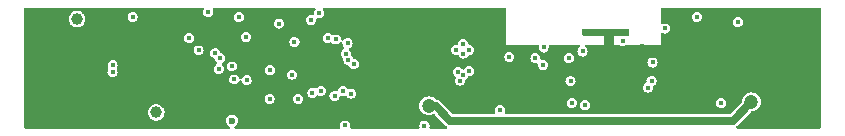
<source format=gbr>
%TF.GenerationSoftware,KiCad,Pcbnew,8.0.1*%
%TF.CreationDate,2024-08-20T12:32:33+02:00*%
%TF.ProjectId,ESP32_PICO_LED,45535033-325f-4504-9943-4f5f4c45442e,rev?*%
%TF.SameCoordinates,Original*%
%TF.FileFunction,Copper,L3,Inr*%
%TF.FilePolarity,Positive*%
%FSLAX46Y46*%
G04 Gerber Fmt 4.6, Leading zero omitted, Abs format (unit mm)*
G04 Created by KiCad (PCBNEW 8.0.1) date 2024-08-20 12:32:33*
%MOMM*%
%LPD*%
G01*
G04 APERTURE LIST*
%TA.AperFunction,ComponentPad*%
%ADD10C,0.500000*%
%TD*%
%TA.AperFunction,ViaPad*%
%ADD11C,0.450000*%
%TD*%
%TA.AperFunction,ViaPad*%
%ADD12C,1.200000*%
%TD*%
%TA.AperFunction,ViaPad*%
%ADD13C,1.000000*%
%TD*%
%TA.AperFunction,ViaPad*%
%ADD14C,0.600000*%
%TD*%
%TA.AperFunction,Conductor*%
%ADD15C,0.700000*%
%TD*%
G04 APERTURE END LIST*
D10*
%TO.N,GND*%
%TO.C,U4*%
X155950000Y-81150000D03*
X156650000Y-81850000D03*
X155250000Y-81850000D03*
X155950000Y-82550000D03*
%TD*%
D11*
%TO.N,GND*%
X149632784Y-82777216D03*
X111390000Y-82430000D03*
X126250000Y-76100000D03*
X123450006Y-78620000D03*
X118812514Y-79900000D03*
X139050000Y-78775006D03*
X154000000Y-77900000D03*
X139925000Y-80575000D03*
X125150357Y-83600357D03*
X162150000Y-78680000D03*
X162620000Y-77589988D03*
X168980000Y-79540000D03*
X137650028Y-79499986D03*
X112320000Y-82850000D03*
X153250000Y-84500000D03*
X157376074Y-77847103D03*
X134338783Y-81871800D03*
X167731499Y-79187500D03*
X156800000Y-77900002D03*
X170500000Y-84700000D03*
X115290010Y-85350000D03*
X115299986Y-80000000D03*
X146340000Y-78580000D03*
X126450000Y-85700000D03*
X163450000Y-79900000D03*
X158550000Y-84500000D03*
X125050004Y-81400000D03*
X122850000Y-82800000D03*
X129850000Y-76100000D03*
X158650000Y-79100000D03*
X155450000Y-77900000D03*
X154700000Y-77900000D03*
X149450000Y-84600000D03*
X111890000Y-82500000D03*
X168230000Y-79430000D03*
X149250000Y-81828200D03*
X161450000Y-76600000D03*
X124904185Y-77371800D03*
X156150002Y-77900002D03*
X131870001Y-85848000D03*
X146310000Y-77660000D03*
X146250000Y-81400000D03*
X146850000Y-82800000D03*
X164150000Y-78200000D03*
%TO.N,+3.3V*%
X157035947Y-78650000D03*
X132762216Y-78517784D03*
X143098270Y-81257298D03*
X143550000Y-81500000D03*
X124550026Y-76640900D03*
X153850000Y-84100000D03*
X121137500Y-79447498D03*
X122850000Y-81000000D03*
X143565791Y-79713000D03*
X134269417Y-80620000D03*
X144050000Y-79400000D03*
X143550000Y-78900000D03*
X152626167Y-82048200D03*
X129562468Y-83552735D03*
X129250468Y-78728200D03*
X132650002Y-83300000D03*
X127180000Y-81128200D03*
X124150000Y-81900000D03*
X166800000Y-77050000D03*
X144050422Y-81207600D03*
X159570000Y-80470000D03*
X150350000Y-79200000D03*
X142950000Y-79400000D03*
X160650000Y-77590000D03*
X143250000Y-82000000D03*
X146650000Y-84500000D03*
%TO.N,Net-(U2-ADC_AVDD)*%
X131350000Y-76300000D03*
X127935639Y-77172040D03*
D12*
%TO.N,+5V*%
X167950000Y-83800000D03*
D13*
X110850000Y-76800000D03*
D12*
X140625001Y-84150000D03*
D13*
X117550000Y-84700000D03*
D11*
%TO.N,Net-(U4-CHIP_EN)*%
X163310000Y-76600000D03*
X152490000Y-80090000D03*
%TO.N,ESP_STATUS_LED*%
X153647784Y-79537784D03*
X150300000Y-80671800D03*
%TO.N,SWCLK*%
X133820000Y-80250000D03*
%TO.N,SWDIO*%
X133602002Y-79716297D03*
%TO.N,Net-(U2-RUN)*%
X115549972Y-76600000D03*
X120350000Y-78400000D03*
X133749994Y-78836366D03*
X125150000Y-78302777D03*
%TO.N,Net-(U4-U0TXD)*%
X149650000Y-80100000D03*
X159486800Y-82028200D03*
%TO.N,/esp32_wifi_section/IO9*%
X165389786Y-83928200D03*
X152743000Y-83928200D03*
D14*
%TO.N,QSPI_SS*%
X123977442Y-85396800D03*
D11*
X127150000Y-83540900D03*
%TO.N,BUTTON*%
X132070000Y-78410000D03*
X123950000Y-80800010D03*
%TO.N,QSPI_SD3*%
X125204649Y-81976898D03*
X129050000Y-81500000D03*
%TO.N,/UART1_RX*%
X147450000Y-79992400D03*
X131476735Y-82867698D03*
%TO.N,/UART1_TX*%
X159160657Y-82600004D03*
X130780000Y-83040000D03*
%TO.N,MIC_ADC*%
X130649997Y-76864103D03*
X121950000Y-76200000D03*
%TO.N,LED_OUT_1*%
X134050000Y-83100000D03*
%TO.N,LED_OUT_3*%
X133550000Y-85800000D03*
%TO.N,LED_OUT_2*%
X133350000Y-82900000D03*
%TO.N,LED_OUT_4*%
X140257924Y-85816946D03*
%TO.N,/_RPI_USB_P*%
X122958491Y-80108491D03*
X113850000Y-81294850D03*
%TO.N,/_RPI_USB_N*%
X113858207Y-80697490D03*
X122541509Y-79691509D03*
%TD*%
D15*
%TO.N,+5V*%
X140625001Y-84150000D02*
X141200000Y-84150000D01*
X141200000Y-84150000D02*
X142450000Y-85400000D01*
X166350000Y-85400000D02*
X167950000Y-83800000D01*
X142450000Y-85400000D02*
X166350000Y-85400000D01*
%TD*%
%TA.AperFunction,Conductor*%
%TO.N,GND*%
G36*
X157543039Y-77619685D02*
G01*
X157588794Y-77672489D01*
X157600000Y-77724000D01*
X157600000Y-78126000D01*
X157580315Y-78193039D01*
X157527511Y-78238794D01*
X157476000Y-78250000D01*
X157217918Y-78250000D01*
X157179199Y-78240702D01*
X157178357Y-78243297D01*
X157169071Y-78240280D01*
X157035949Y-78219196D01*
X157035945Y-78219196D01*
X156902822Y-78240280D01*
X156893537Y-78243297D01*
X156892694Y-78240702D01*
X156853976Y-78250000D01*
X156300000Y-78250000D01*
X156300000Y-80700000D01*
X155450000Y-80700000D01*
X155450000Y-78200000D01*
X153724000Y-78200000D01*
X153656961Y-78180315D01*
X153611206Y-78127511D01*
X153600000Y-78076000D01*
X153600000Y-77724000D01*
X153619685Y-77656961D01*
X153672489Y-77611206D01*
X153724000Y-77600000D01*
X157476000Y-77600000D01*
X157543039Y-77619685D01*
G37*
%TD.AperFunction*%
%TD*%
%TA.AperFunction,Conductor*%
%TO.N,GND*%
G36*
X121526938Y-75847185D02*
G01*
X121572693Y-75899989D01*
X121582637Y-75969147D01*
X121570385Y-76007791D01*
X121540281Y-76066874D01*
X121540279Y-76066878D01*
X121519196Y-76199997D01*
X121519196Y-76200002D01*
X121540279Y-76333121D01*
X121540280Y-76333124D01*
X121540281Y-76333126D01*
X121591234Y-76433126D01*
X121601473Y-76453221D01*
X121601476Y-76453225D01*
X121696774Y-76548523D01*
X121696778Y-76548526D01*
X121696780Y-76548528D01*
X121816874Y-76609719D01*
X121816876Y-76609719D01*
X121816878Y-76609720D01*
X121949998Y-76630804D01*
X121950000Y-76630804D01*
X121950002Y-76630804D01*
X122083121Y-76609720D01*
X122083121Y-76609719D01*
X122083126Y-76609719D01*
X122203220Y-76548528D01*
X122298528Y-76453220D01*
X122359719Y-76333126D01*
X122363082Y-76311893D01*
X122380804Y-76200002D01*
X122380804Y-76199997D01*
X122359720Y-76066878D01*
X122359719Y-76066876D01*
X122359719Y-76066874D01*
X122329615Y-76007792D01*
X122316720Y-75939125D01*
X122342996Y-75874385D01*
X122400103Y-75834128D01*
X122440101Y-75827500D01*
X130921389Y-75827500D01*
X130988428Y-75847185D01*
X131034183Y-75899989D01*
X131044127Y-75969147D01*
X131015102Y-76032703D01*
X131009070Y-76039181D01*
X131001476Y-76046774D01*
X131001473Y-76046778D01*
X130940279Y-76166878D01*
X130919196Y-76299997D01*
X130919196Y-76300000D01*
X130921080Y-76311893D01*
X130912124Y-76381186D01*
X130867127Y-76434638D01*
X130800376Y-76455277D01*
X130779209Y-76453763D01*
X130650000Y-76433299D01*
X130649995Y-76433299D01*
X130516875Y-76454382D01*
X130396775Y-76515576D01*
X130396771Y-76515579D01*
X130301473Y-76610877D01*
X130301470Y-76610881D01*
X130240276Y-76730981D01*
X130219193Y-76864100D01*
X130219193Y-76864105D01*
X130240276Y-76997224D01*
X130240277Y-76997227D01*
X130240278Y-76997229D01*
X130278225Y-77071704D01*
X130301470Y-77117324D01*
X130301473Y-77117328D01*
X130396771Y-77212626D01*
X130396775Y-77212629D01*
X130396777Y-77212631D01*
X130516871Y-77273822D01*
X130516873Y-77273822D01*
X130516875Y-77273823D01*
X130649995Y-77294907D01*
X130649997Y-77294907D01*
X130649999Y-77294907D01*
X130783118Y-77273823D01*
X130783118Y-77273822D01*
X130783123Y-77273822D01*
X130903217Y-77212631D01*
X130998525Y-77117323D01*
X131059716Y-76997229D01*
X131060953Y-76989423D01*
X131067430Y-76948523D01*
X131080801Y-76864103D01*
X131078917Y-76852210D01*
X131087870Y-76782920D01*
X131132865Y-76729467D01*
X131199616Y-76708825D01*
X131220788Y-76710339D01*
X131349998Y-76730804D01*
X131350000Y-76730804D01*
X131350002Y-76730804D01*
X131483121Y-76709720D01*
X131483121Y-76709719D01*
X131483126Y-76709719D01*
X131603220Y-76648528D01*
X131698528Y-76553220D01*
X131759719Y-76433126D01*
X131766918Y-76387674D01*
X131780804Y-76300002D01*
X131780804Y-76299997D01*
X131759720Y-76166878D01*
X131759719Y-76166876D01*
X131759719Y-76166874D01*
X131698528Y-76046780D01*
X131698526Y-76046778D01*
X131698523Y-76046774D01*
X131690930Y-76039181D01*
X131657445Y-75977858D01*
X131662429Y-75908166D01*
X131704301Y-75852233D01*
X131769765Y-75827816D01*
X131778611Y-75827500D01*
X147026000Y-75827500D01*
X147093039Y-75847185D01*
X147138794Y-75899989D01*
X147150000Y-75951500D01*
X147150000Y-78950000D01*
X149813606Y-78950000D01*
X149880645Y-78969685D01*
X149926400Y-79022489D01*
X149936344Y-79091647D01*
X149936079Y-79093397D01*
X149919196Y-79199996D01*
X149919196Y-79200002D01*
X149940279Y-79333121D01*
X149940280Y-79333124D01*
X149940281Y-79333126D01*
X149998558Y-79447500D01*
X150001473Y-79453221D01*
X150001476Y-79453225D01*
X150096774Y-79548523D01*
X150096778Y-79548526D01*
X150096780Y-79548528D01*
X150216874Y-79609719D01*
X150216876Y-79609719D01*
X150216878Y-79609720D01*
X150349998Y-79630804D01*
X150350000Y-79630804D01*
X150350002Y-79630804D01*
X150483121Y-79609720D01*
X150483121Y-79609719D01*
X150483126Y-79609719D01*
X150603220Y-79548528D01*
X150698528Y-79453220D01*
X150759719Y-79333126D01*
X150762689Y-79314376D01*
X150780804Y-79200002D01*
X150780804Y-79199996D01*
X150763921Y-79093397D01*
X150772876Y-79024104D01*
X150817872Y-78970652D01*
X150884624Y-78950013D01*
X150886394Y-78950000D01*
X153347634Y-78950000D01*
X153414673Y-78969685D01*
X153460428Y-79022489D01*
X153470372Y-79091647D01*
X153441347Y-79155203D01*
X153403931Y-79184482D01*
X153394806Y-79189132D01*
X153394562Y-79189257D01*
X153394558Y-79189260D01*
X153299260Y-79284558D01*
X153299257Y-79284562D01*
X153238063Y-79404662D01*
X153216980Y-79537781D01*
X153216980Y-79537786D01*
X153238063Y-79670905D01*
X153238064Y-79670908D01*
X153238065Y-79670910D01*
X153294147Y-79780977D01*
X153299257Y-79791005D01*
X153299260Y-79791009D01*
X153394558Y-79886307D01*
X153394562Y-79886310D01*
X153394564Y-79886312D01*
X153514658Y-79947503D01*
X153514660Y-79947503D01*
X153514662Y-79947504D01*
X153647782Y-79968588D01*
X153647784Y-79968588D01*
X153647786Y-79968588D01*
X153780905Y-79947504D01*
X153780905Y-79947503D01*
X153780910Y-79947503D01*
X153901004Y-79886312D01*
X153996312Y-79791004D01*
X154057503Y-79670910D01*
X154057504Y-79670905D01*
X154078588Y-79537786D01*
X154078588Y-79537781D01*
X154057504Y-79404662D01*
X154057503Y-79404660D01*
X154057503Y-79404658D01*
X153996312Y-79284564D01*
X153996310Y-79284562D01*
X153996307Y-79284558D01*
X153901009Y-79189260D01*
X153901005Y-79189257D01*
X153901004Y-79189256D01*
X153891637Y-79184483D01*
X153840843Y-79136511D01*
X153824048Y-79068690D01*
X153846585Y-79002555D01*
X153901300Y-78959103D01*
X153947934Y-78950000D01*
X155450000Y-78950000D01*
X155450000Y-80700000D01*
X156300000Y-80700000D01*
X156300000Y-80470002D01*
X159139196Y-80470002D01*
X159160279Y-80603121D01*
X159160280Y-80603124D01*
X159160281Y-80603126D01*
X159221472Y-80723220D01*
X159221473Y-80723221D01*
X159221476Y-80723225D01*
X159316774Y-80818523D01*
X159316778Y-80818526D01*
X159316780Y-80818528D01*
X159436874Y-80879719D01*
X159436876Y-80879719D01*
X159436878Y-80879720D01*
X159569998Y-80900804D01*
X159570000Y-80900804D01*
X159570002Y-80900804D01*
X159703121Y-80879720D01*
X159703121Y-80879719D01*
X159703126Y-80879719D01*
X159823220Y-80818528D01*
X159918528Y-80723220D01*
X159979719Y-80603126D01*
X159980448Y-80598523D01*
X160000804Y-80470002D01*
X160000804Y-80469997D01*
X159979720Y-80336878D01*
X159979719Y-80336876D01*
X159979719Y-80336874D01*
X159918528Y-80216780D01*
X159918526Y-80216778D01*
X159918523Y-80216774D01*
X159823225Y-80121476D01*
X159823221Y-80121473D01*
X159823220Y-80121472D01*
X159703126Y-80060281D01*
X159703124Y-80060280D01*
X159703121Y-80060279D01*
X159570002Y-80039196D01*
X159569998Y-80039196D01*
X159436878Y-80060279D01*
X159436874Y-80060280D01*
X159436874Y-80060281D01*
X159414412Y-80071726D01*
X159316778Y-80121473D01*
X159316774Y-80121476D01*
X159221476Y-80216774D01*
X159221473Y-80216778D01*
X159160279Y-80336878D01*
X159139196Y-80469997D01*
X159139196Y-80470002D01*
X156300000Y-80470002D01*
X156300000Y-78950000D01*
X156682836Y-78950000D01*
X156749875Y-78969685D01*
X156770517Y-78986319D01*
X156782721Y-78998523D01*
X156782725Y-78998526D01*
X156782727Y-78998528D01*
X156902821Y-79059719D01*
X156902823Y-79059719D01*
X156902825Y-79059720D01*
X157035945Y-79080804D01*
X157035947Y-79080804D01*
X157035949Y-79080804D01*
X157169068Y-79059720D01*
X157169068Y-79059719D01*
X157169073Y-79059719D01*
X157289167Y-78998528D01*
X157289172Y-78998523D01*
X157301377Y-78986319D01*
X157362700Y-78952834D01*
X157389058Y-78950000D01*
X160250000Y-78950000D01*
X160250000Y-78066089D01*
X160269685Y-77999050D01*
X160322489Y-77953295D01*
X160391647Y-77943351D01*
X160430291Y-77955602D01*
X160516874Y-77999719D01*
X160516876Y-77999719D01*
X160516878Y-77999720D01*
X160649998Y-78020804D01*
X160650000Y-78020804D01*
X160650002Y-78020804D01*
X160783121Y-77999720D01*
X160783121Y-77999719D01*
X160783126Y-77999719D01*
X160903220Y-77938528D01*
X160998528Y-77843220D01*
X161059719Y-77723126D01*
X161080804Y-77590000D01*
X161069807Y-77520568D01*
X161059720Y-77456878D01*
X161059719Y-77456876D01*
X161059719Y-77456874D01*
X160998528Y-77336780D01*
X160998526Y-77336778D01*
X160998523Y-77336774D01*
X160903225Y-77241476D01*
X160903221Y-77241473D01*
X160903220Y-77241472D01*
X160783126Y-77180281D01*
X160783124Y-77180280D01*
X160783121Y-77180279D01*
X160650002Y-77159196D01*
X160649998Y-77159196D01*
X160516876Y-77180279D01*
X160430294Y-77224395D01*
X160361625Y-77237291D01*
X160296884Y-77211014D01*
X160256628Y-77153907D01*
X160250000Y-77113910D01*
X160250000Y-77050002D01*
X166369196Y-77050002D01*
X166390279Y-77183121D01*
X166390280Y-77183124D01*
X166390281Y-77183126D01*
X166451472Y-77303220D01*
X166451473Y-77303221D01*
X166451476Y-77303225D01*
X166546774Y-77398523D01*
X166546778Y-77398526D01*
X166546780Y-77398528D01*
X166666874Y-77459719D01*
X166666876Y-77459719D01*
X166666878Y-77459720D01*
X166799998Y-77480804D01*
X166800000Y-77480804D01*
X166800002Y-77480804D01*
X166933121Y-77459720D01*
X166933121Y-77459719D01*
X166933126Y-77459719D01*
X167053220Y-77398528D01*
X167148528Y-77303220D01*
X167209719Y-77183126D01*
X167211475Y-77172040D01*
X167230804Y-77050002D01*
X167230804Y-77049997D01*
X167209720Y-76916878D01*
X167209719Y-76916876D01*
X167209719Y-76916874D01*
X167148528Y-76796780D01*
X167148526Y-76796778D01*
X167148523Y-76796774D01*
X167053225Y-76701476D01*
X167053221Y-76701473D01*
X167053220Y-76701472D01*
X166933126Y-76640281D01*
X166933124Y-76640280D01*
X166933121Y-76640279D01*
X166800002Y-76619196D01*
X166799998Y-76619196D01*
X166666878Y-76640279D01*
X166546778Y-76701473D01*
X166546774Y-76701476D01*
X166451476Y-76796774D01*
X166451473Y-76796778D01*
X166390279Y-76916878D01*
X166369196Y-77049997D01*
X166369196Y-77050002D01*
X160250000Y-77050002D01*
X160250000Y-76600002D01*
X162879196Y-76600002D01*
X162900279Y-76733121D01*
X162900280Y-76733124D01*
X162900281Y-76733126D01*
X162961472Y-76853220D01*
X162961473Y-76853221D01*
X162961476Y-76853225D01*
X163056774Y-76948523D01*
X163056778Y-76948526D01*
X163056780Y-76948528D01*
X163176874Y-77009719D01*
X163176876Y-77009719D01*
X163176878Y-77009720D01*
X163309998Y-77030804D01*
X163310000Y-77030804D01*
X163310002Y-77030804D01*
X163443121Y-77009720D01*
X163443121Y-77009719D01*
X163443126Y-77009719D01*
X163563220Y-76948528D01*
X163658528Y-76853220D01*
X163719719Y-76733126D01*
X163720059Y-76730981D01*
X163740804Y-76600002D01*
X163740804Y-76599997D01*
X163719720Y-76466878D01*
X163719719Y-76466876D01*
X163719719Y-76466874D01*
X163658528Y-76346780D01*
X163658526Y-76346778D01*
X163658523Y-76346774D01*
X163563225Y-76251476D01*
X163563221Y-76251473D01*
X163563220Y-76251472D01*
X163443126Y-76190281D01*
X163443124Y-76190280D01*
X163443121Y-76190279D01*
X163310002Y-76169196D01*
X163309998Y-76169196D01*
X163176878Y-76190279D01*
X163176874Y-76190280D01*
X163176874Y-76190281D01*
X163137985Y-76210096D01*
X163056778Y-76251473D01*
X163056774Y-76251476D01*
X162961476Y-76346774D01*
X162961473Y-76346778D01*
X162961472Y-76346780D01*
X162917477Y-76433126D01*
X162900279Y-76466878D01*
X162879196Y-76599997D01*
X162879196Y-76600002D01*
X160250000Y-76600002D01*
X160250000Y-75951500D01*
X160269685Y-75884461D01*
X160322489Y-75838706D01*
X160374000Y-75827500D01*
X173698500Y-75827500D01*
X173765539Y-75847185D01*
X173811294Y-75899989D01*
X173822500Y-75951500D01*
X173822500Y-85948500D01*
X173802815Y-86015539D01*
X173750011Y-86061294D01*
X173698500Y-86072500D01*
X166748971Y-86072500D01*
X166681932Y-86052815D01*
X166636177Y-86000011D01*
X166626233Y-85930853D01*
X166655258Y-85867297D01*
X166681619Y-85845531D01*
X166681564Y-85845460D01*
X166683574Y-85843917D01*
X166686972Y-85841112D01*
X166688015Y-85840510D01*
X167888846Y-84639677D01*
X167950167Y-84606194D01*
X167962630Y-84604141D01*
X168059204Y-84593260D01*
X168129250Y-84585369D01*
X168129253Y-84585368D01*
X168129255Y-84585368D01*
X168299522Y-84525789D01*
X168452262Y-84429816D01*
X168579816Y-84302262D01*
X168675789Y-84149522D01*
X168735368Y-83979255D01*
X168736219Y-83971704D01*
X168755565Y-83800003D01*
X168755565Y-83799996D01*
X168735369Y-83620750D01*
X168735368Y-83620745D01*
X168699584Y-83518481D01*
X168675789Y-83450478D01*
X168674562Y-83448526D01*
X168609158Y-83344435D01*
X168579816Y-83297738D01*
X168452262Y-83170184D01*
X168446994Y-83166874D01*
X168299523Y-83074211D01*
X168129254Y-83014631D01*
X168129249Y-83014630D01*
X167950004Y-82994435D01*
X167949996Y-82994435D01*
X167770750Y-83014630D01*
X167770745Y-83014631D01*
X167600476Y-83074211D01*
X167447737Y-83170184D01*
X167320184Y-83297737D01*
X167224211Y-83450476D01*
X167164631Y-83620745D01*
X167164630Y-83620749D01*
X167145859Y-83787356D01*
X167118793Y-83851769D01*
X167110320Y-83861153D01*
X166158294Y-84813181D01*
X166096971Y-84846666D01*
X166070613Y-84849500D01*
X147151820Y-84849500D01*
X147084781Y-84829815D01*
X147039026Y-84777011D01*
X147029082Y-84707853D01*
X147041333Y-84669209D01*
X147059719Y-84633126D01*
X147075874Y-84531128D01*
X147080804Y-84500002D01*
X147080804Y-84499997D01*
X147059720Y-84366878D01*
X147059719Y-84366876D01*
X147059719Y-84366874D01*
X146998528Y-84246780D01*
X146998526Y-84246778D01*
X146998523Y-84246774D01*
X146903225Y-84151476D01*
X146903221Y-84151473D01*
X146903220Y-84151472D01*
X146783126Y-84090281D01*
X146783124Y-84090280D01*
X146783121Y-84090279D01*
X146650002Y-84069196D01*
X146649998Y-84069196D01*
X146516878Y-84090279D01*
X146516874Y-84090280D01*
X146516874Y-84090281D01*
X146459994Y-84119263D01*
X146396778Y-84151473D01*
X146396774Y-84151476D01*
X146301476Y-84246774D01*
X146301473Y-84246778D01*
X146240279Y-84366878D01*
X146219196Y-84499997D01*
X146219196Y-84500002D01*
X146240279Y-84633121D01*
X146240280Y-84633124D01*
X146240281Y-84633126D01*
X146258665Y-84669207D01*
X146271561Y-84737874D01*
X146245285Y-84802615D01*
X146188178Y-84842872D01*
X146148180Y-84849500D01*
X142729387Y-84849500D01*
X142662348Y-84829815D01*
X142641706Y-84813181D01*
X141756727Y-83928202D01*
X152312196Y-83928202D01*
X152333279Y-84061321D01*
X152333280Y-84061324D01*
X152333281Y-84061326D01*
X152379215Y-84151476D01*
X152394473Y-84181421D01*
X152394476Y-84181425D01*
X152489774Y-84276723D01*
X152489778Y-84276726D01*
X152489780Y-84276728D01*
X152609874Y-84337919D01*
X152609876Y-84337919D01*
X152609878Y-84337920D01*
X152742998Y-84359004D01*
X152743000Y-84359004D01*
X152743002Y-84359004D01*
X152876121Y-84337920D01*
X152876121Y-84337919D01*
X152876126Y-84337919D01*
X152996220Y-84276728D01*
X153091528Y-84181420D01*
X153133013Y-84100002D01*
X153419196Y-84100002D01*
X153440279Y-84233121D01*
X153440280Y-84233124D01*
X153440281Y-84233126D01*
X153501472Y-84353220D01*
X153501473Y-84353221D01*
X153501476Y-84353225D01*
X153596774Y-84448523D01*
X153596778Y-84448526D01*
X153596780Y-84448528D01*
X153716874Y-84509719D01*
X153716876Y-84509719D01*
X153716878Y-84509720D01*
X153849998Y-84530804D01*
X153850000Y-84530804D01*
X153850002Y-84530804D01*
X153983121Y-84509720D01*
X153983121Y-84509719D01*
X153983126Y-84509719D01*
X154103220Y-84448528D01*
X154198528Y-84353220D01*
X154259719Y-84233126D01*
X154267908Y-84181421D01*
X154280804Y-84100002D01*
X154280804Y-84099997D01*
X154259720Y-83966878D01*
X154259719Y-83966876D01*
X154259719Y-83966874D01*
X154240015Y-83928202D01*
X164958982Y-83928202D01*
X164980065Y-84061321D01*
X164980066Y-84061324D01*
X164980067Y-84061326D01*
X165026001Y-84151476D01*
X165041259Y-84181421D01*
X165041262Y-84181425D01*
X165136560Y-84276723D01*
X165136564Y-84276726D01*
X165136566Y-84276728D01*
X165256660Y-84337919D01*
X165256662Y-84337919D01*
X165256664Y-84337920D01*
X165389784Y-84359004D01*
X165389786Y-84359004D01*
X165389788Y-84359004D01*
X165522907Y-84337920D01*
X165522907Y-84337919D01*
X165522912Y-84337919D01*
X165643006Y-84276728D01*
X165738314Y-84181420D01*
X165799505Y-84061326D01*
X165799506Y-84061321D01*
X165820590Y-83928202D01*
X165820590Y-83928197D01*
X165799506Y-83795078D01*
X165799505Y-83795076D01*
X165799505Y-83795074D01*
X165738314Y-83674980D01*
X165738312Y-83674978D01*
X165738309Y-83674974D01*
X165643011Y-83579676D01*
X165643007Y-83579673D01*
X165643006Y-83579672D01*
X165522912Y-83518481D01*
X165522910Y-83518480D01*
X165522907Y-83518479D01*
X165389788Y-83497396D01*
X165389784Y-83497396D01*
X165256664Y-83518479D01*
X165136564Y-83579673D01*
X165136560Y-83579676D01*
X165041262Y-83674974D01*
X165041259Y-83674978D01*
X164980065Y-83795078D01*
X164958982Y-83928197D01*
X164958982Y-83928202D01*
X154240015Y-83928202D01*
X154198528Y-83846780D01*
X154198526Y-83846778D01*
X154198523Y-83846774D01*
X154103225Y-83751476D01*
X154103221Y-83751473D01*
X154103220Y-83751472D01*
X153983126Y-83690281D01*
X153983124Y-83690280D01*
X153983121Y-83690279D01*
X153850002Y-83669196D01*
X153849998Y-83669196D01*
X153716878Y-83690279D01*
X153596778Y-83751473D01*
X153596774Y-83751476D01*
X153501476Y-83846774D01*
X153501473Y-83846778D01*
X153440279Y-83966878D01*
X153419196Y-84099997D01*
X153419196Y-84100002D01*
X153133013Y-84100002D01*
X153152719Y-84061326D01*
X153152720Y-84061321D01*
X153173804Y-83928202D01*
X153173804Y-83928197D01*
X153152720Y-83795078D01*
X153152719Y-83795076D01*
X153152719Y-83795074D01*
X153091528Y-83674980D01*
X153091526Y-83674978D01*
X153091523Y-83674974D01*
X152996225Y-83579676D01*
X152996221Y-83579673D01*
X152996220Y-83579672D01*
X152876126Y-83518481D01*
X152876124Y-83518480D01*
X152876121Y-83518479D01*
X152743002Y-83497396D01*
X152742998Y-83497396D01*
X152609878Y-83518479D01*
X152489778Y-83579673D01*
X152489774Y-83579676D01*
X152394476Y-83674974D01*
X152394473Y-83674978D01*
X152333279Y-83795078D01*
X152312196Y-83928197D01*
X152312196Y-83928202D01*
X141756727Y-83928202D01*
X141538016Y-83709491D01*
X141538015Y-83709490D01*
X141412485Y-83637016D01*
X141412480Y-83637014D01*
X141376972Y-83627499D01*
X141376972Y-83627500D01*
X141324723Y-83613500D01*
X141272475Y-83599500D01*
X141272474Y-83599500D01*
X141257941Y-83599500D01*
X141190902Y-83579815D01*
X141170260Y-83563181D01*
X141127263Y-83520184D01*
X140974524Y-83424211D01*
X140804255Y-83364631D01*
X140804250Y-83364630D01*
X140625005Y-83344435D01*
X140624997Y-83344435D01*
X140445751Y-83364630D01*
X140445746Y-83364631D01*
X140275477Y-83424211D01*
X140122738Y-83520184D01*
X139995185Y-83647737D01*
X139899212Y-83800476D01*
X139839632Y-83970745D01*
X139839631Y-83970750D01*
X139819436Y-84149996D01*
X139819436Y-84150003D01*
X139839631Y-84329249D01*
X139839632Y-84329254D01*
X139899212Y-84499523D01*
X139983158Y-84633121D01*
X139995185Y-84652262D01*
X140122739Y-84779816D01*
X140169394Y-84809131D01*
X140264470Y-84868872D01*
X140275479Y-84875789D01*
X140445740Y-84935366D01*
X140445746Y-84935368D01*
X140445751Y-84935369D01*
X140624997Y-84955565D01*
X140625001Y-84955565D01*
X140625005Y-84955565D01*
X140804250Y-84935369D01*
X140804252Y-84935368D01*
X140804256Y-84935368D01*
X140804259Y-84935366D01*
X140804263Y-84935366D01*
X140855301Y-84917506D01*
X140974523Y-84875789D01*
X140996875Y-84861743D01*
X141064111Y-84842742D01*
X141130946Y-84863108D01*
X141150530Y-84879055D01*
X142111985Y-85840510D01*
X142113028Y-85841112D01*
X142113731Y-85841850D01*
X142118436Y-85845460D01*
X142117873Y-85846193D01*
X142161244Y-85891678D01*
X142174468Y-85960285D01*
X142148501Y-86025150D01*
X142091587Y-86065680D01*
X142051029Y-86072500D01*
X140793438Y-86072500D01*
X140726399Y-86052815D01*
X140680644Y-86000011D01*
X140670700Y-85930853D01*
X140670965Y-85929103D01*
X140688728Y-85816949D01*
X140688728Y-85816943D01*
X140667644Y-85683824D01*
X140667643Y-85683822D01*
X140667643Y-85683820D01*
X140606452Y-85563726D01*
X140606450Y-85563724D01*
X140606447Y-85563720D01*
X140511149Y-85468422D01*
X140511145Y-85468419D01*
X140511144Y-85468418D01*
X140391050Y-85407227D01*
X140391048Y-85407226D01*
X140391045Y-85407225D01*
X140257926Y-85386142D01*
X140257922Y-85386142D01*
X140124802Y-85407225D01*
X140004702Y-85468419D01*
X140004698Y-85468422D01*
X139909400Y-85563720D01*
X139909397Y-85563724D01*
X139909396Y-85563726D01*
X139855159Y-85670173D01*
X139848203Y-85683824D01*
X139827120Y-85816943D01*
X139827120Y-85816949D01*
X139844883Y-85929103D01*
X139835928Y-85998396D01*
X139790932Y-86051848D01*
X139724180Y-86072487D01*
X139722410Y-86072500D01*
X134082830Y-86072500D01*
X134015791Y-86052815D01*
X133970036Y-86000011D01*
X133960092Y-85930853D01*
X133960357Y-85929102D01*
X133980804Y-85800002D01*
X133980804Y-85799997D01*
X133959720Y-85666878D01*
X133959719Y-85666876D01*
X133959719Y-85666874D01*
X133898528Y-85546780D01*
X133898526Y-85546778D01*
X133898523Y-85546774D01*
X133803225Y-85451476D01*
X133803221Y-85451473D01*
X133803220Y-85451472D01*
X133683126Y-85390281D01*
X133683124Y-85390280D01*
X133683121Y-85390279D01*
X133550002Y-85369196D01*
X133549998Y-85369196D01*
X133416878Y-85390279D01*
X133296778Y-85451473D01*
X133296774Y-85451476D01*
X133201476Y-85546774D01*
X133201473Y-85546778D01*
X133140279Y-85666878D01*
X133119196Y-85799997D01*
X133119196Y-85800002D01*
X133139643Y-85929102D01*
X133130688Y-85998396D01*
X133085692Y-86051848D01*
X133018940Y-86072487D01*
X133017170Y-86072500D01*
X124274091Y-86072500D01*
X124207052Y-86052815D01*
X124161297Y-86000011D01*
X124151353Y-85930853D01*
X124180378Y-85867297D01*
X124207049Y-85844185D01*
X124308570Y-85778943D01*
X124402819Y-85670173D01*
X124462607Y-85539257D01*
X124483089Y-85396800D01*
X124462607Y-85254343D01*
X124402819Y-85123427D01*
X124308570Y-85014657D01*
X124187495Y-84936847D01*
X124187493Y-84936846D01*
X124187491Y-84936845D01*
X124187492Y-84936845D01*
X124049405Y-84896300D01*
X124049403Y-84896300D01*
X123905481Y-84896300D01*
X123905478Y-84896300D01*
X123767391Y-84936845D01*
X123646315Y-85014656D01*
X123552065Y-85123426D01*
X123552064Y-85123428D01*
X123492276Y-85254343D01*
X123471795Y-85396800D01*
X123492276Y-85539256D01*
X123550558Y-85666874D01*
X123552065Y-85670173D01*
X123646314Y-85778943D01*
X123747832Y-85844185D01*
X123793587Y-85896988D01*
X123803531Y-85966147D01*
X123774506Y-86029702D01*
X123715728Y-86067477D01*
X123680793Y-86072500D01*
X106501500Y-86072500D01*
X106434461Y-86052815D01*
X106388706Y-86000011D01*
X106377500Y-85948500D01*
X106377500Y-84700000D01*
X116844355Y-84700000D01*
X116864859Y-84868869D01*
X116864860Y-84868874D01*
X116925182Y-85027931D01*
X116987475Y-85118177D01*
X117021817Y-85167929D01*
X117119359Y-85254343D01*
X117149150Y-85280736D01*
X117299773Y-85359789D01*
X117299775Y-85359790D01*
X117464944Y-85400500D01*
X117635056Y-85400500D01*
X117800225Y-85359790D01*
X117879692Y-85318081D01*
X117950849Y-85280736D01*
X117950850Y-85280734D01*
X117950852Y-85280734D01*
X118078183Y-85167929D01*
X118174818Y-85027930D01*
X118235140Y-84868872D01*
X118255645Y-84700000D01*
X118235140Y-84531128D01*
X118174818Y-84372070D01*
X118171234Y-84366878D01*
X118126633Y-84302262D01*
X118078183Y-84232071D01*
X117950852Y-84119266D01*
X117950849Y-84119263D01*
X117800226Y-84040210D01*
X117635056Y-83999500D01*
X117464944Y-83999500D01*
X117299773Y-84040210D01*
X117149150Y-84119263D01*
X117021816Y-84232072D01*
X116925182Y-84372068D01*
X116864860Y-84531125D01*
X116864859Y-84531130D01*
X116844355Y-84700000D01*
X106377500Y-84700000D01*
X106377500Y-83540902D01*
X126719196Y-83540902D01*
X126740279Y-83674021D01*
X126740280Y-83674024D01*
X126740281Y-83674026D01*
X126779744Y-83751476D01*
X126801473Y-83794121D01*
X126801476Y-83794125D01*
X126896774Y-83889423D01*
X126896778Y-83889426D01*
X126896780Y-83889428D01*
X127016874Y-83950619D01*
X127016876Y-83950619D01*
X127016878Y-83950620D01*
X127149998Y-83971704D01*
X127150000Y-83971704D01*
X127150002Y-83971704D01*
X127283121Y-83950620D01*
X127283121Y-83950619D01*
X127283126Y-83950619D01*
X127403220Y-83889428D01*
X127498528Y-83794120D01*
X127559719Y-83674026D01*
X127560484Y-83669196D01*
X127578929Y-83552737D01*
X129131664Y-83552737D01*
X129152747Y-83685856D01*
X129152748Y-83685859D01*
X129152749Y-83685861D01*
X129213940Y-83805955D01*
X129213941Y-83805956D01*
X129213944Y-83805960D01*
X129309242Y-83901258D01*
X129309246Y-83901261D01*
X129309248Y-83901263D01*
X129429342Y-83962454D01*
X129429344Y-83962454D01*
X129429346Y-83962455D01*
X129562466Y-83983539D01*
X129562468Y-83983539D01*
X129562470Y-83983539D01*
X129695589Y-83962455D01*
X129695589Y-83962454D01*
X129695594Y-83962454D01*
X129815688Y-83901263D01*
X129910996Y-83805955D01*
X129972187Y-83685861D01*
X129972188Y-83685856D01*
X129993272Y-83552737D01*
X129993272Y-83552732D01*
X129972188Y-83419613D01*
X129972187Y-83419611D01*
X129972187Y-83419609D01*
X129910996Y-83299515D01*
X129910994Y-83299513D01*
X129910991Y-83299509D01*
X129815693Y-83204211D01*
X129815689Y-83204208D01*
X129815688Y-83204207D01*
X129695594Y-83143016D01*
X129695592Y-83143015D01*
X129695589Y-83143014D01*
X129562470Y-83121931D01*
X129562466Y-83121931D01*
X129429346Y-83143014D01*
X129309246Y-83204208D01*
X129309242Y-83204211D01*
X129213944Y-83299509D01*
X129213941Y-83299513D01*
X129152747Y-83419613D01*
X129131664Y-83552732D01*
X129131664Y-83552737D01*
X127578929Y-83552737D01*
X127580804Y-83540902D01*
X127580804Y-83540897D01*
X127559720Y-83407778D01*
X127559719Y-83407776D01*
X127559719Y-83407774D01*
X127498528Y-83287680D01*
X127498526Y-83287678D01*
X127498523Y-83287674D01*
X127403225Y-83192376D01*
X127403221Y-83192373D01*
X127403220Y-83192372D01*
X127283126Y-83131181D01*
X127283124Y-83131180D01*
X127283121Y-83131179D01*
X127150002Y-83110096D01*
X127149998Y-83110096D01*
X127016878Y-83131179D01*
X127016874Y-83131180D01*
X127016874Y-83131181D01*
X126993647Y-83143016D01*
X126896778Y-83192373D01*
X126896774Y-83192376D01*
X126801476Y-83287674D01*
X126801473Y-83287678D01*
X126740279Y-83407778D01*
X126719196Y-83540897D01*
X126719196Y-83540902D01*
X106377500Y-83540902D01*
X106377500Y-83040002D01*
X130349196Y-83040002D01*
X130370279Y-83173121D01*
X130370280Y-83173124D01*
X130370281Y-83173126D01*
X130431472Y-83293220D01*
X130431473Y-83293221D01*
X130431476Y-83293225D01*
X130526774Y-83388523D01*
X130526778Y-83388526D01*
X130526780Y-83388528D01*
X130646874Y-83449719D01*
X130646876Y-83449719D01*
X130646878Y-83449720D01*
X130779998Y-83470804D01*
X130780000Y-83470804D01*
X130780002Y-83470804D01*
X130913121Y-83449720D01*
X130913121Y-83449719D01*
X130913126Y-83449719D01*
X131033220Y-83388528D01*
X131121746Y-83300002D01*
X132219198Y-83300002D01*
X132240281Y-83433121D01*
X132240282Y-83433124D01*
X132240283Y-83433126D01*
X132301227Y-83552735D01*
X132301475Y-83553221D01*
X132301478Y-83553225D01*
X132396776Y-83648523D01*
X132396780Y-83648526D01*
X132396782Y-83648528D01*
X132516876Y-83709719D01*
X132516878Y-83709719D01*
X132516880Y-83709720D01*
X132650000Y-83730804D01*
X132650002Y-83730804D01*
X132650004Y-83730804D01*
X132783123Y-83709720D01*
X132783123Y-83709719D01*
X132783128Y-83709719D01*
X132903222Y-83648528D01*
X132998530Y-83553220D01*
X133059721Y-83433126D01*
X133063289Y-83410594D01*
X133093218Y-83347460D01*
X133152529Y-83310529D01*
X133206742Y-83311301D01*
X133207235Y-83308193D01*
X133349998Y-83330804D01*
X133350000Y-83330804D01*
X133350002Y-83330804D01*
X133483122Y-83309720D01*
X133483123Y-83309719D01*
X133483126Y-83309719D01*
X133528388Y-83286656D01*
X133597055Y-83273760D01*
X133661796Y-83300036D01*
X133695165Y-83340843D01*
X133701470Y-83353217D01*
X133701476Y-83353225D01*
X133796774Y-83448523D01*
X133796778Y-83448526D01*
X133796780Y-83448528D01*
X133916874Y-83509719D01*
X133916876Y-83509719D01*
X133916878Y-83509720D01*
X134049998Y-83530804D01*
X134050000Y-83530804D01*
X134050002Y-83530804D01*
X134183121Y-83509720D01*
X134183121Y-83509719D01*
X134183126Y-83509719D01*
X134303220Y-83448528D01*
X134398528Y-83353220D01*
X134459719Y-83233126D01*
X134462396Y-83216224D01*
X134480804Y-83100002D01*
X134480804Y-83099997D01*
X134459720Y-82966878D01*
X134459719Y-82966876D01*
X134459719Y-82966874D01*
X134398528Y-82846780D01*
X134398526Y-82846778D01*
X134398523Y-82846774D01*
X134303225Y-82751476D01*
X134303221Y-82751473D01*
X134303220Y-82751472D01*
X134183126Y-82690281D01*
X134183124Y-82690280D01*
X134183121Y-82690279D01*
X134050002Y-82669196D01*
X134049998Y-82669196D01*
X133916877Y-82690279D01*
X133871610Y-82713344D01*
X133802941Y-82726239D01*
X133738201Y-82699962D01*
X133704833Y-82659154D01*
X133703576Y-82656687D01*
X133698528Y-82646780D01*
X133698525Y-82646777D01*
X133698523Y-82646774D01*
X133651755Y-82600006D01*
X158729853Y-82600006D01*
X158750936Y-82733125D01*
X158750937Y-82733128D01*
X158750938Y-82733130D01*
X158808843Y-82846774D01*
X158812130Y-82853225D01*
X158812133Y-82853229D01*
X158907431Y-82948527D01*
X158907435Y-82948530D01*
X158907437Y-82948532D01*
X159027531Y-83009723D01*
X159027533Y-83009723D01*
X159027535Y-83009724D01*
X159160655Y-83030808D01*
X159160657Y-83030808D01*
X159160659Y-83030808D01*
X159293778Y-83009724D01*
X159293778Y-83009723D01*
X159293783Y-83009723D01*
X159413877Y-82948532D01*
X159509185Y-82853224D01*
X159570376Y-82733130D01*
X159571124Y-82728408D01*
X159591461Y-82600006D01*
X159591461Y-82600003D01*
X159583925Y-82552425D01*
X159592879Y-82483131D01*
X159637875Y-82429679D01*
X159650083Y-82422553D01*
X159740020Y-82376728D01*
X159835328Y-82281420D01*
X159896519Y-82161326D01*
X159897803Y-82153219D01*
X159917604Y-82028202D01*
X159917604Y-82028197D01*
X159896520Y-81895078D01*
X159896519Y-81895076D01*
X159896519Y-81895074D01*
X159835328Y-81774980D01*
X159835326Y-81774978D01*
X159835323Y-81774974D01*
X159740025Y-81679676D01*
X159740021Y-81679673D01*
X159740020Y-81679672D01*
X159619926Y-81618481D01*
X159619924Y-81618480D01*
X159619921Y-81618479D01*
X159486802Y-81597396D01*
X159486798Y-81597396D01*
X159353678Y-81618479D01*
X159233578Y-81679673D01*
X159233574Y-81679676D01*
X159138276Y-81774974D01*
X159138273Y-81774978D01*
X159077079Y-81895078D01*
X159055996Y-82028197D01*
X159055996Y-82028203D01*
X159063531Y-82075779D01*
X159054576Y-82145072D01*
X159009580Y-82198524D01*
X158997354Y-82205660D01*
X158907438Y-82251475D01*
X158907431Y-82251480D01*
X158812133Y-82346778D01*
X158812130Y-82346782D01*
X158750936Y-82466882D01*
X158729853Y-82600001D01*
X158729853Y-82600006D01*
X133651755Y-82600006D01*
X133603225Y-82551476D01*
X133603221Y-82551473D01*
X133603220Y-82551472D01*
X133483126Y-82490281D01*
X133483124Y-82490280D01*
X133483121Y-82490279D01*
X133350002Y-82469196D01*
X133349998Y-82469196D01*
X133216878Y-82490279D01*
X133096778Y-82551473D01*
X133096774Y-82551476D01*
X133001476Y-82646774D01*
X133001473Y-82646778D01*
X133001472Y-82646780D01*
X132940281Y-82766874D01*
X132940280Y-82766875D01*
X132940280Y-82766877D01*
X132936711Y-82789408D01*
X132906780Y-82852542D01*
X132847468Y-82889472D01*
X132793259Y-82888696D01*
X132792767Y-82891807D01*
X132650004Y-82869196D01*
X132650000Y-82869196D01*
X132516880Y-82890279D01*
X132396780Y-82951473D01*
X132396776Y-82951476D01*
X132301478Y-83046774D01*
X132301475Y-83046778D01*
X132240281Y-83166878D01*
X132219198Y-83299997D01*
X132219198Y-83300002D01*
X131121746Y-83300002D01*
X131128528Y-83293220D01*
X131128532Y-83293212D01*
X131132765Y-83287387D01*
X131188094Y-83244720D01*
X131257708Y-83238739D01*
X131289374Y-83249783D01*
X131343609Y-83277417D01*
X131343611Y-83277417D01*
X131343613Y-83277418D01*
X131476733Y-83298502D01*
X131476735Y-83298502D01*
X131476737Y-83298502D01*
X131609856Y-83277418D01*
X131609856Y-83277417D01*
X131609861Y-83277417D01*
X131729955Y-83216226D01*
X131825263Y-83120918D01*
X131886454Y-83000824D01*
X131887466Y-82994435D01*
X131907539Y-82867700D01*
X131907539Y-82867695D01*
X131886455Y-82734576D01*
X131886454Y-82734574D01*
X131886454Y-82734572D01*
X131825263Y-82614478D01*
X131825261Y-82614476D01*
X131825258Y-82614472D01*
X131729960Y-82519174D01*
X131729956Y-82519171D01*
X131729955Y-82519170D01*
X131609861Y-82457979D01*
X131609859Y-82457978D01*
X131609856Y-82457977D01*
X131476737Y-82436894D01*
X131476733Y-82436894D01*
X131343613Y-82457977D01*
X131223513Y-82519171D01*
X131223509Y-82519174D01*
X131128206Y-82614477D01*
X131123965Y-82620315D01*
X131068634Y-82662979D01*
X130999020Y-82668957D01*
X130967355Y-82657912D01*
X130913123Y-82630279D01*
X130780002Y-82609196D01*
X130779998Y-82609196D01*
X130646878Y-82630279D01*
X130526778Y-82691473D01*
X130526774Y-82691476D01*
X130431476Y-82786774D01*
X130431473Y-82786778D01*
X130431472Y-82786780D01*
X130373784Y-82900000D01*
X130370279Y-82906878D01*
X130349196Y-83039997D01*
X130349196Y-83040002D01*
X106377500Y-83040002D01*
X106377500Y-81900002D01*
X123719196Y-81900002D01*
X123740279Y-82033121D01*
X123740280Y-82033124D01*
X123740281Y-82033126D01*
X123801472Y-82153220D01*
X123801473Y-82153221D01*
X123801476Y-82153225D01*
X123896774Y-82248523D01*
X123896778Y-82248526D01*
X123896780Y-82248528D01*
X124016874Y-82309719D01*
X124016876Y-82309719D01*
X124016878Y-82309720D01*
X124149998Y-82330804D01*
X124150000Y-82330804D01*
X124150002Y-82330804D01*
X124283121Y-82309720D01*
X124283121Y-82309719D01*
X124283126Y-82309719D01*
X124403220Y-82248528D01*
X124498528Y-82153220D01*
X124556606Y-82039233D01*
X124604576Y-81988442D01*
X124672397Y-81971646D01*
X124738532Y-81994183D01*
X124781984Y-82048897D01*
X124789561Y-82076132D01*
X124794928Y-82110020D01*
X124794929Y-82110023D01*
X124794930Y-82110024D01*
X124831260Y-82181326D01*
X124856122Y-82230119D01*
X124856125Y-82230123D01*
X124951423Y-82325421D01*
X124951427Y-82325424D01*
X124951429Y-82325426D01*
X125071523Y-82386617D01*
X125071525Y-82386617D01*
X125071527Y-82386618D01*
X125204647Y-82407702D01*
X125204649Y-82407702D01*
X125204651Y-82407702D01*
X125337770Y-82386618D01*
X125337770Y-82386617D01*
X125337775Y-82386617D01*
X125457869Y-82325426D01*
X125553177Y-82230118D01*
X125614368Y-82110024D01*
X125624160Y-82048200D01*
X125635453Y-81976900D01*
X125635453Y-81976895D01*
X125614369Y-81843776D01*
X125614368Y-81843774D01*
X125614368Y-81843772D01*
X125553177Y-81723678D01*
X125553175Y-81723676D01*
X125553172Y-81723672D01*
X125457874Y-81628374D01*
X125457870Y-81628371D01*
X125457869Y-81628370D01*
X125337775Y-81567179D01*
X125337773Y-81567178D01*
X125337770Y-81567177D01*
X125204651Y-81546094D01*
X125204647Y-81546094D01*
X125071527Y-81567177D01*
X124951427Y-81628371D01*
X124951423Y-81628374D01*
X124856125Y-81723672D01*
X124856122Y-81723676D01*
X124856121Y-81723678D01*
X124798043Y-81837661D01*
X124750070Y-81888456D01*
X124682250Y-81905251D01*
X124616115Y-81882714D01*
X124572663Y-81827999D01*
X124565087Y-81800762D01*
X124559720Y-81766878D01*
X124559719Y-81766876D01*
X124559719Y-81766874D01*
X124498528Y-81646780D01*
X124498526Y-81646778D01*
X124498523Y-81646774D01*
X124403225Y-81551476D01*
X124403221Y-81551473D01*
X124403220Y-81551472D01*
X124283126Y-81490281D01*
X124283124Y-81490280D01*
X124283121Y-81490279D01*
X124150002Y-81469196D01*
X124149998Y-81469196D01*
X124016878Y-81490279D01*
X124016874Y-81490280D01*
X124016874Y-81490281D01*
X123977157Y-81510518D01*
X123896778Y-81551473D01*
X123896774Y-81551476D01*
X123801476Y-81646774D01*
X123801473Y-81646778D01*
X123801472Y-81646780D01*
X123762292Y-81723676D01*
X123740279Y-81766878D01*
X123719196Y-81899997D01*
X123719196Y-81900002D01*
X106377500Y-81900002D01*
X106377500Y-81294852D01*
X113419196Y-81294852D01*
X113440279Y-81427971D01*
X113440280Y-81427974D01*
X113440281Y-81427976D01*
X113501472Y-81548070D01*
X113501473Y-81548071D01*
X113501476Y-81548075D01*
X113596774Y-81643373D01*
X113596778Y-81643376D01*
X113596780Y-81643378D01*
X113716874Y-81704569D01*
X113716876Y-81704569D01*
X113716878Y-81704570D01*
X113849998Y-81725654D01*
X113850000Y-81725654D01*
X113850002Y-81725654D01*
X113983121Y-81704570D01*
X113983121Y-81704569D01*
X113983126Y-81704569D01*
X114103220Y-81643378D01*
X114198528Y-81548070D01*
X114259719Y-81427976D01*
X114259720Y-81427971D01*
X114280804Y-81294852D01*
X114280804Y-81294847D01*
X114259720Y-81161728D01*
X114259719Y-81161726D01*
X114259719Y-81161724D01*
X114208150Y-81060515D01*
X114195255Y-80991849D01*
X114208148Y-80947934D01*
X114267926Y-80830616D01*
X114269841Y-80818526D01*
X114289011Y-80697492D01*
X114289011Y-80697487D01*
X114267927Y-80564368D01*
X114267926Y-80564366D01*
X114267926Y-80564364D01*
X114206735Y-80444270D01*
X114206733Y-80444268D01*
X114206730Y-80444264D01*
X114111432Y-80348966D01*
X114111428Y-80348963D01*
X114111427Y-80348962D01*
X113991333Y-80287771D01*
X113991331Y-80287770D01*
X113991328Y-80287769D01*
X113858209Y-80266686D01*
X113858205Y-80266686D01*
X113725085Y-80287769D01*
X113604985Y-80348963D01*
X113604981Y-80348966D01*
X113509683Y-80444264D01*
X113509680Y-80444268D01*
X113448486Y-80564368D01*
X113427403Y-80697487D01*
X113427403Y-80697492D01*
X113448486Y-80830611D01*
X113448487Y-80830614D01*
X113448488Y-80830616D01*
X113496590Y-80925021D01*
X113500055Y-80931821D01*
X113512951Y-81000491D01*
X113500055Y-81044410D01*
X113440279Y-81161726D01*
X113419196Y-81294847D01*
X113419196Y-81294852D01*
X106377500Y-81294852D01*
X106377500Y-79447500D01*
X120706696Y-79447500D01*
X120727779Y-79580619D01*
X120727780Y-79580622D01*
X120727781Y-79580624D01*
X120788972Y-79700718D01*
X120788973Y-79700719D01*
X120788976Y-79700723D01*
X120884274Y-79796021D01*
X120884278Y-79796024D01*
X120884280Y-79796026D01*
X121004374Y-79857217D01*
X121004376Y-79857217D01*
X121004378Y-79857218D01*
X121137498Y-79878302D01*
X121137500Y-79878302D01*
X121137502Y-79878302D01*
X121270621Y-79857218D01*
X121270621Y-79857217D01*
X121270626Y-79857217D01*
X121390720Y-79796026D01*
X121486028Y-79700718D01*
X121490719Y-79691511D01*
X122110705Y-79691511D01*
X122131788Y-79824630D01*
X122131789Y-79824633D01*
X122131790Y-79824635D01*
X122192981Y-79944729D01*
X122192982Y-79944730D01*
X122192985Y-79944734D01*
X122288283Y-80040032D01*
X122288287Y-80040035D01*
X122288289Y-80040037D01*
X122408383Y-80101228D01*
X122440594Y-80106329D01*
X122503728Y-80136258D01*
X122540660Y-80195570D01*
X122543669Y-80209404D01*
X122548770Y-80241614D01*
X122559198Y-80262079D01*
X122609963Y-80361711D01*
X122609965Y-80361713D01*
X122609967Y-80361716D01*
X122676785Y-80428534D01*
X122710270Y-80489857D01*
X122705286Y-80559549D01*
X122663414Y-80615482D01*
X122645404Y-80626696D01*
X122596780Y-80651472D01*
X122596779Y-80651473D01*
X122596774Y-80651476D01*
X122501476Y-80746774D01*
X122501473Y-80746778D01*
X122440279Y-80866878D01*
X122419196Y-80999997D01*
X122419196Y-81000002D01*
X122440279Y-81133121D01*
X122440280Y-81133124D01*
X122440281Y-81133126D01*
X122479313Y-81209730D01*
X122501473Y-81253221D01*
X122501476Y-81253225D01*
X122596774Y-81348523D01*
X122596778Y-81348526D01*
X122596780Y-81348528D01*
X122716874Y-81409719D01*
X122716876Y-81409719D01*
X122716878Y-81409720D01*
X122849998Y-81430804D01*
X122850000Y-81430804D01*
X122850002Y-81430804D01*
X122983121Y-81409720D01*
X122983121Y-81409719D01*
X122983126Y-81409719D01*
X123103220Y-81348528D01*
X123198528Y-81253220D01*
X123259719Y-81133126D01*
X123266505Y-81090281D01*
X123280804Y-81000002D01*
X123280804Y-80999997D01*
X123259720Y-80866878D01*
X123259719Y-80866876D01*
X123259719Y-80866874D01*
X123225651Y-80800012D01*
X123519196Y-80800012D01*
X123540279Y-80933131D01*
X123540280Y-80933134D01*
X123540281Y-80933136D01*
X123600236Y-81050804D01*
X123601473Y-81053231D01*
X123601476Y-81053235D01*
X123696774Y-81148533D01*
X123696778Y-81148536D01*
X123696780Y-81148538D01*
X123816874Y-81209729D01*
X123816876Y-81209729D01*
X123816878Y-81209730D01*
X123949998Y-81230814D01*
X123950000Y-81230814D01*
X123950002Y-81230814D01*
X124083121Y-81209730D01*
X124083121Y-81209729D01*
X124083126Y-81209729D01*
X124203220Y-81148538D01*
X124223556Y-81128202D01*
X126749196Y-81128202D01*
X126770279Y-81261321D01*
X126770280Y-81261324D01*
X126770281Y-81261326D01*
X126831472Y-81381420D01*
X126831473Y-81381421D01*
X126831476Y-81381425D01*
X126926774Y-81476723D01*
X126926778Y-81476726D01*
X126926780Y-81476728D01*
X127046874Y-81537919D01*
X127046876Y-81537919D01*
X127046878Y-81537920D01*
X127179998Y-81559004D01*
X127180000Y-81559004D01*
X127180002Y-81559004D01*
X127313121Y-81537920D01*
X127313121Y-81537919D01*
X127313126Y-81537919D01*
X127387542Y-81500002D01*
X128619196Y-81500002D01*
X128640279Y-81633121D01*
X128640280Y-81633124D01*
X128640281Y-81633126D01*
X128701472Y-81753220D01*
X128701473Y-81753221D01*
X128701476Y-81753225D01*
X128796774Y-81848523D01*
X128796778Y-81848526D01*
X128796780Y-81848528D01*
X128916874Y-81909719D01*
X128916876Y-81909719D01*
X128916878Y-81909720D01*
X129049998Y-81930804D01*
X129050000Y-81930804D01*
X129050002Y-81930804D01*
X129183121Y-81909720D01*
X129183121Y-81909719D01*
X129183126Y-81909719D01*
X129303220Y-81848528D01*
X129398528Y-81753220D01*
X129459719Y-81633126D01*
X129462039Y-81618479D01*
X129480804Y-81500002D01*
X129480804Y-81499997D01*
X129459720Y-81366878D01*
X129459719Y-81366876D01*
X129459719Y-81366874D01*
X129403888Y-81257300D01*
X142667466Y-81257300D01*
X142688549Y-81390419D01*
X142688550Y-81390422D01*
X142688551Y-81390424D01*
X142744383Y-81500000D01*
X142749743Y-81510519D01*
X142749746Y-81510523D01*
X142845044Y-81605821D01*
X142845047Y-81605823D01*
X142845050Y-81605826D01*
X142845052Y-81605827D01*
X142852942Y-81611559D01*
X142850507Y-81614909D01*
X142886693Y-81648568D01*
X142904003Y-81716260D01*
X142890565Y-81768184D01*
X142840279Y-81866876D01*
X142819196Y-81999997D01*
X142819196Y-82000002D01*
X142840279Y-82133121D01*
X142840280Y-82133124D01*
X142840281Y-82133126D01*
X142901472Y-82253220D01*
X142901473Y-82253221D01*
X142901476Y-82253225D01*
X142996774Y-82348523D01*
X142996778Y-82348526D01*
X142996780Y-82348528D01*
X143116874Y-82409719D01*
X143116876Y-82409719D01*
X143116878Y-82409720D01*
X143249998Y-82430804D01*
X143250000Y-82430804D01*
X143250002Y-82430804D01*
X143383121Y-82409720D01*
X143383121Y-82409719D01*
X143383126Y-82409719D01*
X143503220Y-82348528D01*
X143598528Y-82253220D01*
X143659719Y-82133126D01*
X143673170Y-82048202D01*
X152195363Y-82048202D01*
X152216446Y-82181321D01*
X152216447Y-82181324D01*
X152216448Y-82181326D01*
X152277639Y-82301420D01*
X152277640Y-82301421D01*
X152277643Y-82301425D01*
X152372941Y-82396723D01*
X152372945Y-82396726D01*
X152372947Y-82396728D01*
X152493041Y-82457919D01*
X152493043Y-82457919D01*
X152493045Y-82457920D01*
X152626165Y-82479004D01*
X152626167Y-82479004D01*
X152626169Y-82479004D01*
X152759288Y-82457920D01*
X152759288Y-82457919D01*
X152759293Y-82457919D01*
X152879387Y-82396728D01*
X152974695Y-82301420D01*
X153035886Y-82181326D01*
X153039054Y-82161326D01*
X153056971Y-82048202D01*
X153056971Y-82048197D01*
X153035887Y-81915078D01*
X153035886Y-81915076D01*
X153035886Y-81915074D01*
X152974695Y-81794980D01*
X152974693Y-81794978D01*
X152974690Y-81794974D01*
X152879392Y-81699676D01*
X152879388Y-81699673D01*
X152879387Y-81699672D01*
X152759293Y-81638481D01*
X152759291Y-81638480D01*
X152759288Y-81638479D01*
X152626169Y-81617396D01*
X152626165Y-81617396D01*
X152493045Y-81638479D01*
X152493041Y-81638480D01*
X152493041Y-81638481D01*
X152437036Y-81667017D01*
X152372945Y-81699673D01*
X152372941Y-81699676D01*
X152277643Y-81794974D01*
X152277640Y-81794978D01*
X152277639Y-81794980D01*
X152226637Y-81895078D01*
X152216446Y-81915078D01*
X152195363Y-82048197D01*
X152195363Y-82048202D01*
X143673170Y-82048202D01*
X143673170Y-82048200D01*
X143680804Y-82000002D01*
X143680804Y-81990240D01*
X143683950Y-81990240D01*
X143690780Y-81937274D01*
X143735762Y-81883810D01*
X143748006Y-81876660D01*
X143803220Y-81848528D01*
X143898528Y-81753220D01*
X143923104Y-81704986D01*
X143971075Y-81654193D01*
X144038896Y-81637397D01*
X144048940Y-81638404D01*
X144050422Y-81638404D01*
X144050424Y-81638404D01*
X144183543Y-81617320D01*
X144183543Y-81617319D01*
X144183548Y-81617319D01*
X144303642Y-81556128D01*
X144398950Y-81460820D01*
X144460141Y-81340726D01*
X144467407Y-81294850D01*
X144481226Y-81207602D01*
X144481226Y-81207597D01*
X144460142Y-81074478D01*
X144460141Y-81074476D01*
X144460141Y-81074474D01*
X144398950Y-80954380D01*
X144398948Y-80954378D01*
X144398945Y-80954374D01*
X144303647Y-80859076D01*
X144303643Y-80859073D01*
X144303642Y-80859072D01*
X144183548Y-80797881D01*
X144183546Y-80797880D01*
X144183543Y-80797879D01*
X144050424Y-80776796D01*
X144050420Y-80776796D01*
X143917300Y-80797879D01*
X143917296Y-80797880D01*
X143917296Y-80797881D01*
X143913118Y-80800010D01*
X143797200Y-80859073D01*
X143797196Y-80859076D01*
X143701898Y-80954374D01*
X143701893Y-80954381D01*
X143677318Y-81002612D01*
X143629343Y-81053407D01*
X143561522Y-81070202D01*
X143547446Y-81068791D01*
X143540371Y-81067671D01*
X143540832Y-81064752D01*
X143488925Y-81049511D01*
X143453997Y-81010904D01*
X143452531Y-81011970D01*
X143446799Y-81004080D01*
X143446798Y-81004078D01*
X143446795Y-81004075D01*
X143446793Y-81004072D01*
X143351495Y-80908774D01*
X143351491Y-80908771D01*
X143351490Y-80908770D01*
X143231396Y-80847579D01*
X143231394Y-80847578D01*
X143231391Y-80847577D01*
X143098272Y-80826494D01*
X143098268Y-80826494D01*
X142965148Y-80847577D01*
X142965144Y-80847578D01*
X142965144Y-80847579D01*
X142911367Y-80874980D01*
X142845048Y-80908771D01*
X142845044Y-80908774D01*
X142749746Y-81004072D01*
X142749743Y-81004076D01*
X142688549Y-81124176D01*
X142667466Y-81257295D01*
X142667466Y-81257300D01*
X129403888Y-81257300D01*
X129398528Y-81246780D01*
X129398526Y-81246778D01*
X129398523Y-81246774D01*
X129303225Y-81151476D01*
X129303221Y-81151473D01*
X129303220Y-81151472D01*
X129183126Y-81090281D01*
X129183124Y-81090280D01*
X129183121Y-81090279D01*
X129050002Y-81069196D01*
X129049998Y-81069196D01*
X128916878Y-81090279D01*
X128796778Y-81151473D01*
X128796774Y-81151476D01*
X128701476Y-81246774D01*
X128701473Y-81246778D01*
X128640279Y-81366878D01*
X128619196Y-81499997D01*
X128619196Y-81500002D01*
X127387542Y-81500002D01*
X127433220Y-81476728D01*
X127528528Y-81381420D01*
X127589719Y-81261326D01*
X127590357Y-81257298D01*
X127610804Y-81128202D01*
X127610804Y-81128197D01*
X127589720Y-80995078D01*
X127589719Y-80995076D01*
X127589719Y-80995074D01*
X127528528Y-80874980D01*
X127528526Y-80874978D01*
X127528523Y-80874974D01*
X127433225Y-80779676D01*
X127433221Y-80779673D01*
X127433220Y-80779672D01*
X127313126Y-80718481D01*
X127313124Y-80718480D01*
X127313121Y-80718479D01*
X127180002Y-80697396D01*
X127179998Y-80697396D01*
X127046878Y-80718479D01*
X126926778Y-80779673D01*
X126926774Y-80779676D01*
X126831476Y-80874974D01*
X126831473Y-80874978D01*
X126770279Y-80995078D01*
X126749196Y-81128197D01*
X126749196Y-81128202D01*
X124223556Y-81128202D01*
X124298528Y-81053230D01*
X124359719Y-80933136D01*
X124361004Y-80925021D01*
X124380804Y-80800012D01*
X124380804Y-80800007D01*
X124359720Y-80666888D01*
X124359719Y-80666886D01*
X124359719Y-80666884D01*
X124298528Y-80546790D01*
X124298526Y-80546788D01*
X124298523Y-80546784D01*
X124203225Y-80451486D01*
X124203221Y-80451483D01*
X124203220Y-80451482D01*
X124083126Y-80390291D01*
X124083124Y-80390290D01*
X124083121Y-80390289D01*
X123950002Y-80369206D01*
X123949998Y-80369206D01*
X123816878Y-80390289D01*
X123696778Y-80451483D01*
X123696774Y-80451486D01*
X123601476Y-80546784D01*
X123601473Y-80546788D01*
X123540279Y-80666888D01*
X123519196Y-80800007D01*
X123519196Y-80800012D01*
X123225651Y-80800012D01*
X123198528Y-80746780D01*
X123198526Y-80746778D01*
X123198523Y-80746774D01*
X123131705Y-80679956D01*
X123098220Y-80618633D01*
X123103204Y-80548941D01*
X123145076Y-80493008D01*
X123163074Y-80481800D01*
X123211711Y-80457019D01*
X123307019Y-80361711D01*
X123368210Y-80241617D01*
X123368211Y-80241612D01*
X123389295Y-80108493D01*
X123389295Y-80108488D01*
X123368211Y-79975369D01*
X123368210Y-79975367D01*
X123368210Y-79975365D01*
X123307019Y-79855271D01*
X123307017Y-79855269D01*
X123307014Y-79855265D01*
X123211716Y-79759967D01*
X123211713Y-79759965D01*
X123211711Y-79759963D01*
X123126006Y-79716294D01*
X123091614Y-79698770D01*
X123059404Y-79693669D01*
X122996269Y-79663739D01*
X122959339Y-79604427D01*
X122956330Y-79590602D01*
X122951228Y-79558383D01*
X122890037Y-79438289D01*
X122890035Y-79438287D01*
X122890032Y-79438283D01*
X122794734Y-79342985D01*
X122794730Y-79342982D01*
X122794729Y-79342981D01*
X122674635Y-79281790D01*
X122674633Y-79281789D01*
X122674630Y-79281788D01*
X122541511Y-79260705D01*
X122541507Y-79260705D01*
X122408387Y-79281788D01*
X122408383Y-79281789D01*
X122408383Y-79281790D01*
X122359734Y-79306578D01*
X122288287Y-79342982D01*
X122288283Y-79342985D01*
X122192985Y-79438283D01*
X122192982Y-79438287D01*
X122131788Y-79558387D01*
X122110705Y-79691506D01*
X122110705Y-79691511D01*
X121490719Y-79691511D01*
X121547219Y-79580624D01*
X121550741Y-79558387D01*
X121568304Y-79447500D01*
X121568304Y-79447495D01*
X121547220Y-79314376D01*
X121547219Y-79314374D01*
X121547219Y-79314372D01*
X121486028Y-79194278D01*
X121486026Y-79194276D01*
X121486023Y-79194272D01*
X121390725Y-79098974D01*
X121390721Y-79098971D01*
X121390720Y-79098970D01*
X121270626Y-79037779D01*
X121270624Y-79037778D01*
X121270621Y-79037777D01*
X121137502Y-79016694D01*
X121137498Y-79016694D01*
X121004378Y-79037777D01*
X120884278Y-79098971D01*
X120884274Y-79098974D01*
X120788976Y-79194272D01*
X120788973Y-79194276D01*
X120727779Y-79314376D01*
X120706696Y-79447495D01*
X120706696Y-79447500D01*
X106377500Y-79447500D01*
X106377500Y-78400002D01*
X119919196Y-78400002D01*
X119940279Y-78533121D01*
X119940280Y-78533124D01*
X119940281Y-78533126D01*
X120001472Y-78653220D01*
X120001473Y-78653221D01*
X120001476Y-78653225D01*
X120096774Y-78748523D01*
X120096778Y-78748526D01*
X120096780Y-78748528D01*
X120216874Y-78809719D01*
X120216876Y-78809719D01*
X120216878Y-78809720D01*
X120349998Y-78830804D01*
X120350000Y-78830804D01*
X120350002Y-78830804D01*
X120483121Y-78809720D01*
X120483121Y-78809719D01*
X120483126Y-78809719D01*
X120603220Y-78748528D01*
X120698528Y-78653220D01*
X120759719Y-78533126D01*
X120762293Y-78516874D01*
X120780804Y-78400002D01*
X120780804Y-78399997D01*
X120765406Y-78302779D01*
X124719196Y-78302779D01*
X124740279Y-78435898D01*
X124740280Y-78435901D01*
X124740281Y-78435903D01*
X124801472Y-78555997D01*
X124801473Y-78555998D01*
X124801476Y-78556002D01*
X124896774Y-78651300D01*
X124896778Y-78651303D01*
X124896780Y-78651305D01*
X125016874Y-78712496D01*
X125016876Y-78712496D01*
X125016878Y-78712497D01*
X125149998Y-78733581D01*
X125150000Y-78733581D01*
X125150002Y-78733581D01*
X125183964Y-78728202D01*
X128819664Y-78728202D01*
X128840747Y-78861321D01*
X128840748Y-78861324D01*
X128840749Y-78861326D01*
X128901940Y-78981420D01*
X128901941Y-78981421D01*
X128901944Y-78981425D01*
X128997242Y-79076723D01*
X128997246Y-79076726D01*
X128997248Y-79076728D01*
X129117342Y-79137919D01*
X129117344Y-79137919D01*
X129117346Y-79137920D01*
X129250466Y-79159004D01*
X129250468Y-79159004D01*
X129250470Y-79159004D01*
X129383589Y-79137920D01*
X129383589Y-79137919D01*
X129383594Y-79137919D01*
X129503688Y-79076728D01*
X129598996Y-78981420D01*
X129660187Y-78861326D01*
X129661748Y-78851472D01*
X129681272Y-78728202D01*
X129681272Y-78728197D01*
X129660188Y-78595078D01*
X129660187Y-78595076D01*
X129660187Y-78595074D01*
X129598996Y-78474980D01*
X129598994Y-78474978D01*
X129598991Y-78474974D01*
X129534019Y-78410002D01*
X131639196Y-78410002D01*
X131660279Y-78543121D01*
X131660280Y-78543124D01*
X131660281Y-78543126D01*
X131721472Y-78663220D01*
X131721473Y-78663221D01*
X131721476Y-78663225D01*
X131816774Y-78758523D01*
X131816778Y-78758526D01*
X131816780Y-78758528D01*
X131936874Y-78819719D01*
X131936876Y-78819719D01*
X131936878Y-78819720D01*
X132069998Y-78840804D01*
X132070000Y-78840804D01*
X132070002Y-78840804D01*
X132203122Y-78819720D01*
X132203123Y-78819719D01*
X132203126Y-78819719D01*
X132294616Y-78773102D01*
X132363281Y-78760206D01*
X132428022Y-78786482D01*
X132438589Y-78795906D01*
X132508990Y-78866307D01*
X132508994Y-78866310D01*
X132508996Y-78866312D01*
X132629090Y-78927503D01*
X132629092Y-78927503D01*
X132629094Y-78927504D01*
X132762214Y-78948588D01*
X132762216Y-78948588D01*
X132762218Y-78948588D01*
X132895337Y-78927504D01*
X132895337Y-78927503D01*
X132895342Y-78927503D01*
X133015436Y-78866312D01*
X133109669Y-78772078D01*
X133170990Y-78738595D01*
X133240682Y-78743579D01*
X133296616Y-78785450D01*
X133319822Y-78840363D01*
X133340273Y-78969487D01*
X133340274Y-78969490D01*
X133340275Y-78969492D01*
X133401466Y-79089586D01*
X133401467Y-79089587D01*
X133401470Y-79089591D01*
X133447284Y-79135405D01*
X133480769Y-79196728D01*
X133475785Y-79266420D01*
X133433913Y-79322353D01*
X133415899Y-79333570D01*
X133348783Y-79367768D01*
X133348776Y-79367773D01*
X133253478Y-79463071D01*
X133253475Y-79463075D01*
X133192281Y-79583175D01*
X133171198Y-79716294D01*
X133171198Y-79716299D01*
X133192281Y-79849418D01*
X133192282Y-79849421D01*
X133192283Y-79849423D01*
X133253001Y-79968588D01*
X133253475Y-79969518D01*
X133253478Y-79969522D01*
X133348776Y-80064820D01*
X133348779Y-80064822D01*
X133348782Y-80064825D01*
X133348784Y-80064826D01*
X133349844Y-80065596D01*
X133350828Y-80066872D01*
X133355682Y-80071726D01*
X133355055Y-80072352D01*
X133392514Y-80120922D01*
X133399440Y-80185317D01*
X133389196Y-80249996D01*
X133389196Y-80250002D01*
X133410279Y-80383121D01*
X133410280Y-80383124D01*
X133410281Y-80383126D01*
X133469689Y-80499720D01*
X133471473Y-80503221D01*
X133471476Y-80503225D01*
X133566774Y-80598523D01*
X133566778Y-80598526D01*
X133566780Y-80598528D01*
X133686874Y-80659719D01*
X133686876Y-80659719D01*
X133686878Y-80659720D01*
X133762025Y-80671622D01*
X133825160Y-80701551D01*
X133853681Y-80745239D01*
X133855268Y-80744431D01*
X133859697Y-80753124D01*
X133859698Y-80753126D01*
X133920889Y-80873220D01*
X133920891Y-80873222D01*
X133920893Y-80873225D01*
X134016191Y-80968523D01*
X134016195Y-80968526D01*
X134016197Y-80968528D01*
X134136291Y-81029719D01*
X134136293Y-81029719D01*
X134136295Y-81029720D01*
X134269415Y-81050804D01*
X134269417Y-81050804D01*
X134269419Y-81050804D01*
X134402538Y-81029720D01*
X134402538Y-81029719D01*
X134402543Y-81029719D01*
X134522637Y-80968528D01*
X134617945Y-80873220D01*
X134679136Y-80753126D01*
X134680141Y-80746780D01*
X134700221Y-80620002D01*
X134700221Y-80619997D01*
X134679137Y-80486878D01*
X134679136Y-80486876D01*
X134679136Y-80486874D01*
X134617945Y-80366780D01*
X134617943Y-80366778D01*
X134617940Y-80366774D01*
X134522642Y-80271476D01*
X134522638Y-80271473D01*
X134522637Y-80271472D01*
X134402543Y-80210281D01*
X134402541Y-80210280D01*
X134402538Y-80210279D01*
X134327390Y-80198377D01*
X134264255Y-80168448D01*
X134235736Y-80124761D01*
X134234149Y-80125570D01*
X134229719Y-80116876D01*
X134229719Y-80116874D01*
X134168528Y-79996780D01*
X134168526Y-79996778D01*
X134168523Y-79996774D01*
X134073219Y-79901470D01*
X134072144Y-79900689D01*
X134071154Y-79899405D01*
X134066320Y-79894571D01*
X134066944Y-79893946D01*
X134029481Y-79845356D01*
X134022562Y-79780977D01*
X134032806Y-79716299D01*
X134032806Y-79716294D01*
X134011722Y-79583175D01*
X134011721Y-79583173D01*
X134011721Y-79583171D01*
X133950530Y-79463077D01*
X133950528Y-79463075D01*
X133950525Y-79463071D01*
X133904711Y-79417257D01*
X133895289Y-79400002D01*
X142519196Y-79400002D01*
X142540279Y-79533121D01*
X142540280Y-79533124D01*
X142540281Y-79533126D01*
X142596711Y-79643876D01*
X142601473Y-79653221D01*
X142601476Y-79653225D01*
X142696774Y-79748523D01*
X142696778Y-79748526D01*
X142696780Y-79748528D01*
X142816874Y-79809719D01*
X142816876Y-79809719D01*
X142816878Y-79809720D01*
X142949998Y-79830804D01*
X142950000Y-79830804D01*
X142950001Y-79830804D01*
X142971632Y-79827377D01*
X143044477Y-79815840D01*
X143113770Y-79824794D01*
X143167222Y-79869790D01*
X143174359Y-79882016D01*
X143183219Y-79899405D01*
X143217263Y-79966220D01*
X143217267Y-79966225D01*
X143312565Y-80061523D01*
X143312569Y-80061526D01*
X143312571Y-80061528D01*
X143432665Y-80122719D01*
X143432667Y-80122719D01*
X143432669Y-80122720D01*
X143565789Y-80143804D01*
X143565791Y-80143804D01*
X143565793Y-80143804D01*
X143698912Y-80122720D01*
X143698912Y-80122719D01*
X143698917Y-80122719D01*
X143819011Y-80061528D01*
X143888137Y-79992402D01*
X147019196Y-79992402D01*
X147040279Y-80125521D01*
X147040280Y-80125524D01*
X147040281Y-80125526D01*
X147101472Y-80245620D01*
X147101473Y-80245621D01*
X147101476Y-80245625D01*
X147196774Y-80340923D01*
X147196778Y-80340926D01*
X147196780Y-80340928D01*
X147316874Y-80402119D01*
X147316876Y-80402119D01*
X147316878Y-80402120D01*
X147449998Y-80423204D01*
X147450000Y-80423204D01*
X147450002Y-80423204D01*
X147583121Y-80402120D01*
X147583121Y-80402119D01*
X147583126Y-80402119D01*
X147703220Y-80340928D01*
X147798528Y-80245620D01*
X147859719Y-80125526D01*
X147859840Y-80124761D01*
X147863762Y-80100002D01*
X149219196Y-80100002D01*
X149240279Y-80233121D01*
X149240280Y-80233124D01*
X149240281Y-80233126D01*
X149301472Y-80353220D01*
X149301473Y-80353221D01*
X149301476Y-80353225D01*
X149396774Y-80448523D01*
X149396778Y-80448526D01*
X149396780Y-80448528D01*
X149516874Y-80509719D01*
X149516876Y-80509719D01*
X149516878Y-80509720D01*
X149649998Y-80530804D01*
X149650000Y-80530804D01*
X149650001Y-80530804D01*
X149672641Y-80527218D01*
X149729173Y-80518264D01*
X149798465Y-80527218D01*
X149851917Y-80572214D01*
X149872557Y-80638965D01*
X149871044Y-80660130D01*
X149869197Y-80671797D01*
X149869196Y-80671802D01*
X149890279Y-80804921D01*
X149890280Y-80804924D01*
X149890281Y-80804926D01*
X149951472Y-80925020D01*
X149951473Y-80925021D01*
X149951476Y-80925025D01*
X150046774Y-81020323D01*
X150046778Y-81020326D01*
X150046780Y-81020328D01*
X150166874Y-81081519D01*
X150166876Y-81081519D01*
X150166878Y-81081520D01*
X150299998Y-81102604D01*
X150300000Y-81102604D01*
X150300002Y-81102604D01*
X150433121Y-81081520D01*
X150433121Y-81081519D01*
X150433126Y-81081519D01*
X150553220Y-81020328D01*
X150648528Y-80925020D01*
X150709719Y-80804926D01*
X150709720Y-80804921D01*
X150730804Y-80671802D01*
X150730804Y-80671797D01*
X150709720Y-80538678D01*
X150709719Y-80538676D01*
X150709719Y-80538674D01*
X150648528Y-80418580D01*
X150648526Y-80418578D01*
X150648523Y-80418574D01*
X150553225Y-80323276D01*
X150553221Y-80323273D01*
X150553220Y-80323272D01*
X150433126Y-80262081D01*
X150433124Y-80262080D01*
X150433121Y-80262079D01*
X150300002Y-80240996D01*
X150299997Y-80240996D01*
X150220826Y-80253535D01*
X150151533Y-80244580D01*
X150098081Y-80199584D01*
X150077442Y-80132832D01*
X150078954Y-80111675D01*
X150080804Y-80100000D01*
X150079221Y-80090002D01*
X152059196Y-80090002D01*
X152080279Y-80223121D01*
X152080280Y-80223124D01*
X152080281Y-80223126D01*
X152141472Y-80343220D01*
X152141473Y-80343221D01*
X152141476Y-80343225D01*
X152236774Y-80438523D01*
X152236778Y-80438526D01*
X152236780Y-80438528D01*
X152356874Y-80499719D01*
X152356876Y-80499719D01*
X152356878Y-80499720D01*
X152489998Y-80520804D01*
X152490000Y-80520804D01*
X152490002Y-80520804D01*
X152623121Y-80499720D01*
X152623121Y-80499719D01*
X152623126Y-80499719D01*
X152743220Y-80438528D01*
X152838528Y-80343220D01*
X152899719Y-80223126D01*
X152900724Y-80216780D01*
X152920804Y-80090002D01*
X152920804Y-80089997D01*
X152899720Y-79956878D01*
X152899719Y-79956876D01*
X152899719Y-79956874D01*
X152838528Y-79836780D01*
X152838526Y-79836778D01*
X152838523Y-79836774D01*
X152743225Y-79741476D01*
X152743221Y-79741473D01*
X152743220Y-79741472D01*
X152623126Y-79680281D01*
X152623124Y-79680280D01*
X152623121Y-79680279D01*
X152490002Y-79659196D01*
X152489998Y-79659196D01*
X152356878Y-79680279D01*
X152236778Y-79741473D01*
X152236774Y-79741476D01*
X152141476Y-79836774D01*
X152141473Y-79836778D01*
X152080279Y-79956878D01*
X152059196Y-80089997D01*
X152059196Y-80090002D01*
X150079221Y-80090002D01*
X150064456Y-79996780D01*
X150059720Y-79966878D01*
X150059719Y-79966876D01*
X150059719Y-79966874D01*
X149998528Y-79846780D01*
X149998526Y-79846778D01*
X149998523Y-79846774D01*
X149903225Y-79751476D01*
X149903221Y-79751473D01*
X149903220Y-79751472D01*
X149783126Y-79690281D01*
X149783124Y-79690280D01*
X149783121Y-79690279D01*
X149650002Y-79669196D01*
X149649998Y-79669196D01*
X149516878Y-79690279D01*
X149516874Y-79690280D01*
X149516874Y-79690281D01*
X149496390Y-79700718D01*
X149396778Y-79751473D01*
X149396774Y-79751476D01*
X149301476Y-79846774D01*
X149301473Y-79846778D01*
X149240279Y-79966878D01*
X149219196Y-80099997D01*
X149219196Y-80100002D01*
X147863762Y-80100002D01*
X147880804Y-79992402D01*
X147880804Y-79992397D01*
X147859720Y-79859278D01*
X147859719Y-79859276D01*
X147859719Y-79859274D01*
X147798528Y-79739180D01*
X147798526Y-79739178D01*
X147798523Y-79739174D01*
X147703225Y-79643876D01*
X147703221Y-79643873D01*
X147703220Y-79643872D01*
X147583126Y-79582681D01*
X147583124Y-79582680D01*
X147583121Y-79582679D01*
X147450002Y-79561596D01*
X147449998Y-79561596D01*
X147316878Y-79582679D01*
X147316874Y-79582680D01*
X147316874Y-79582681D01*
X147301346Y-79590593D01*
X147196778Y-79643873D01*
X147196774Y-79643876D01*
X147101476Y-79739174D01*
X147101473Y-79739178D01*
X147101472Y-79739180D01*
X147072508Y-79796026D01*
X147040279Y-79859278D01*
X147019196Y-79992397D01*
X147019196Y-79992402D01*
X143888137Y-79992402D01*
X143914319Y-79966220D01*
X143948820Y-79898507D01*
X143996794Y-79847713D01*
X144040907Y-79835780D01*
X144040361Y-79832331D01*
X144183121Y-79809720D01*
X144183121Y-79809719D01*
X144183126Y-79809719D01*
X144303220Y-79748528D01*
X144398528Y-79653220D01*
X144459719Y-79533126D01*
X144480066Y-79404662D01*
X144480804Y-79400002D01*
X144480804Y-79399997D01*
X144459720Y-79266878D01*
X144459719Y-79266876D01*
X144459719Y-79266874D01*
X144398528Y-79146780D01*
X144398526Y-79146778D01*
X144398523Y-79146774D01*
X144303225Y-79051476D01*
X144303221Y-79051473D01*
X144303220Y-79051472D01*
X144183126Y-78990281D01*
X144183124Y-78990280D01*
X144183121Y-78990279D01*
X144079247Y-78973827D01*
X144016112Y-78943897D01*
X143979181Y-78884586D01*
X143976172Y-78870752D01*
X143959720Y-78766878D01*
X143959719Y-78766876D01*
X143959719Y-78766874D01*
X143898528Y-78646780D01*
X143898526Y-78646778D01*
X143898523Y-78646774D01*
X143803225Y-78551476D01*
X143803221Y-78551473D01*
X143803220Y-78551472D01*
X143683126Y-78490281D01*
X143683124Y-78490280D01*
X143683121Y-78490279D01*
X143550002Y-78469196D01*
X143549998Y-78469196D01*
X143416878Y-78490279D01*
X143296778Y-78551473D01*
X143296774Y-78551476D01*
X143201476Y-78646774D01*
X143201473Y-78646778D01*
X143201472Y-78646780D01*
X143167988Y-78712497D01*
X143140279Y-78766878D01*
X143123761Y-78871171D01*
X143093832Y-78934306D01*
X143034520Y-78971237D01*
X142981892Y-78974247D01*
X142962886Y-78971237D01*
X142950000Y-78969196D01*
X142949999Y-78969196D01*
X142949998Y-78969196D01*
X142816878Y-78990279D01*
X142696778Y-79051473D01*
X142696774Y-79051476D01*
X142601476Y-79146774D01*
X142601473Y-79146778D01*
X142540279Y-79266878D01*
X142519196Y-79399997D01*
X142519196Y-79400002D01*
X133895289Y-79400002D01*
X133871226Y-79355934D01*
X133876210Y-79286242D01*
X133918082Y-79230309D01*
X133936089Y-79219095D01*
X134003214Y-79184894D01*
X134098522Y-79089586D01*
X134159713Y-78969492D01*
X134159760Y-78969196D01*
X134180798Y-78836368D01*
X134180798Y-78836363D01*
X134159714Y-78703244D01*
X134159713Y-78703242D01*
X134159713Y-78703240D01*
X134098522Y-78583146D01*
X134098520Y-78583144D01*
X134098517Y-78583140D01*
X134003219Y-78487842D01*
X134003215Y-78487839D01*
X134003214Y-78487838D01*
X133883120Y-78426647D01*
X133883118Y-78426646D01*
X133883115Y-78426645D01*
X133749996Y-78405562D01*
X133749992Y-78405562D01*
X133616872Y-78426645D01*
X133496772Y-78487839D01*
X133402541Y-78582070D01*
X133341217Y-78615554D01*
X133271526Y-78610570D01*
X133215593Y-78568698D01*
X133192387Y-78513785D01*
X133171936Y-78384662D01*
X133171935Y-78384660D01*
X133171935Y-78384658D01*
X133110744Y-78264564D01*
X133110742Y-78264562D01*
X133110739Y-78264558D01*
X133015441Y-78169260D01*
X133015437Y-78169257D01*
X133015436Y-78169256D01*
X132895342Y-78108065D01*
X132895340Y-78108064D01*
X132895337Y-78108063D01*
X132762218Y-78086980D01*
X132762214Y-78086980D01*
X132629092Y-78108063D01*
X132537600Y-78154681D01*
X132468931Y-78167577D01*
X132404191Y-78141300D01*
X132393633Y-78131885D01*
X132323220Y-78061472D01*
X132203126Y-78000281D01*
X132203124Y-78000280D01*
X132203121Y-78000279D01*
X132070002Y-77979196D01*
X132069998Y-77979196D01*
X131936878Y-78000279D01*
X131816778Y-78061473D01*
X131816774Y-78061476D01*
X131721476Y-78156774D01*
X131721473Y-78156778D01*
X131660279Y-78276878D01*
X131639196Y-78409997D01*
X131639196Y-78410002D01*
X129534019Y-78410002D01*
X129503693Y-78379676D01*
X129503689Y-78379673D01*
X129503688Y-78379672D01*
X129383594Y-78318481D01*
X129383592Y-78318480D01*
X129383589Y-78318479D01*
X129250470Y-78297396D01*
X129250466Y-78297396D01*
X129117346Y-78318479D01*
X128997246Y-78379673D01*
X128997242Y-78379676D01*
X128901944Y-78474974D01*
X128901941Y-78474978D01*
X128840747Y-78595078D01*
X128819664Y-78728197D01*
X128819664Y-78728202D01*
X125183964Y-78728202D01*
X125283121Y-78712497D01*
X125283121Y-78712496D01*
X125283126Y-78712496D01*
X125403220Y-78651305D01*
X125498528Y-78555997D01*
X125559719Y-78435903D01*
X125561185Y-78426647D01*
X125580804Y-78302779D01*
X125580804Y-78302774D01*
X125559720Y-78169655D01*
X125559719Y-78169653D01*
X125559719Y-78169651D01*
X125498528Y-78049557D01*
X125498526Y-78049555D01*
X125498523Y-78049551D01*
X125403225Y-77954253D01*
X125403221Y-77954250D01*
X125403220Y-77954249D01*
X125283126Y-77893058D01*
X125283124Y-77893057D01*
X125283121Y-77893056D01*
X125150002Y-77871973D01*
X125149998Y-77871973D01*
X125016878Y-77893056D01*
X124896778Y-77954250D01*
X124896774Y-77954253D01*
X124801476Y-78049551D01*
X124801473Y-78049555D01*
X124740279Y-78169655D01*
X124719196Y-78302774D01*
X124719196Y-78302779D01*
X120765406Y-78302779D01*
X120759720Y-78266878D01*
X120759719Y-78266876D01*
X120759719Y-78266874D01*
X120698528Y-78146780D01*
X120698526Y-78146778D01*
X120698523Y-78146774D01*
X120603225Y-78051476D01*
X120603221Y-78051473D01*
X120603220Y-78051472D01*
X120483126Y-77990281D01*
X120483124Y-77990280D01*
X120483121Y-77990279D01*
X120350002Y-77969196D01*
X120349998Y-77969196D01*
X120216878Y-77990279D01*
X120096778Y-78051473D01*
X120096774Y-78051476D01*
X120001476Y-78146774D01*
X120001473Y-78146778D01*
X119940279Y-78266878D01*
X119919196Y-78399997D01*
X119919196Y-78400002D01*
X106377500Y-78400002D01*
X106377500Y-76800000D01*
X110144355Y-76800000D01*
X110164859Y-76968869D01*
X110164860Y-76968874D01*
X110225182Y-77127931D01*
X110263278Y-77183121D01*
X110321817Y-77267929D01*
X110399532Y-77336778D01*
X110449150Y-77380736D01*
X110594219Y-77456874D01*
X110599775Y-77459790D01*
X110764944Y-77500500D01*
X110935056Y-77500500D01*
X111100225Y-77459790D01*
X111216953Y-77398526D01*
X111250849Y-77380736D01*
X111250850Y-77380734D01*
X111250852Y-77380734D01*
X111378183Y-77267929D01*
X111444369Y-77172042D01*
X127504835Y-77172042D01*
X127525918Y-77305161D01*
X127525919Y-77305164D01*
X127525920Y-77305166D01*
X127587111Y-77425260D01*
X127587112Y-77425261D01*
X127587115Y-77425265D01*
X127682413Y-77520563D01*
X127682417Y-77520566D01*
X127682419Y-77520568D01*
X127802513Y-77581759D01*
X127802515Y-77581759D01*
X127802517Y-77581760D01*
X127935637Y-77602844D01*
X127935639Y-77602844D01*
X127935641Y-77602844D01*
X128068760Y-77581760D01*
X128068760Y-77581759D01*
X128068765Y-77581759D01*
X128188859Y-77520568D01*
X128284167Y-77425260D01*
X128345358Y-77305166D01*
X128345359Y-77305161D01*
X128366443Y-77172042D01*
X128366443Y-77172037D01*
X128345359Y-77038918D01*
X128345358Y-77038916D01*
X128345358Y-77038914D01*
X128284167Y-76918820D01*
X128284165Y-76918818D01*
X128284162Y-76918814D01*
X128188864Y-76823516D01*
X128188860Y-76823513D01*
X128188859Y-76823512D01*
X128068765Y-76762321D01*
X128068763Y-76762320D01*
X128068760Y-76762319D01*
X127935641Y-76741236D01*
X127935637Y-76741236D01*
X127802517Y-76762319D01*
X127802513Y-76762320D01*
X127802513Y-76762321D01*
X127779541Y-76774026D01*
X127682417Y-76823513D01*
X127682413Y-76823516D01*
X127587115Y-76918814D01*
X127587112Y-76918818D01*
X127525918Y-77038918D01*
X127504835Y-77172037D01*
X127504835Y-77172042D01*
X111444369Y-77172042D01*
X111474818Y-77127930D01*
X111535140Y-76968872D01*
X111555645Y-76800000D01*
X111535140Y-76631128D01*
X111527461Y-76610881D01*
X111523335Y-76600002D01*
X115119168Y-76600002D01*
X115140251Y-76733121D01*
X115140252Y-76733124D01*
X115140253Y-76733126D01*
X115201444Y-76853220D01*
X115201445Y-76853221D01*
X115201448Y-76853225D01*
X115296746Y-76948523D01*
X115296750Y-76948526D01*
X115296752Y-76948528D01*
X115416846Y-77009719D01*
X115416848Y-77009719D01*
X115416850Y-77009720D01*
X115549970Y-77030804D01*
X115549972Y-77030804D01*
X115549974Y-77030804D01*
X115683093Y-77009720D01*
X115683093Y-77009719D01*
X115683098Y-77009719D01*
X115803192Y-76948528D01*
X115898500Y-76853220D01*
X115959691Y-76733126D01*
X115960031Y-76730981D01*
X115974298Y-76640902D01*
X124119222Y-76640902D01*
X124140305Y-76774021D01*
X124140306Y-76774024D01*
X124140307Y-76774026D01*
X124201498Y-76894120D01*
X124201499Y-76894121D01*
X124201502Y-76894125D01*
X124296800Y-76989423D01*
X124296804Y-76989426D01*
X124296806Y-76989428D01*
X124416900Y-77050619D01*
X124416902Y-77050619D01*
X124416904Y-77050620D01*
X124550024Y-77071704D01*
X124550026Y-77071704D01*
X124550028Y-77071704D01*
X124683147Y-77050620D01*
X124683147Y-77050619D01*
X124683152Y-77050619D01*
X124803246Y-76989428D01*
X124898554Y-76894120D01*
X124959745Y-76774026D01*
X124961599Y-76762319D01*
X124980830Y-76640902D01*
X124980830Y-76640897D01*
X124959746Y-76507778D01*
X124959745Y-76507776D01*
X124959745Y-76507774D01*
X124898554Y-76387680D01*
X124898552Y-76387678D01*
X124898549Y-76387674D01*
X124803251Y-76292376D01*
X124803247Y-76292373D01*
X124803246Y-76292372D01*
X124683152Y-76231181D01*
X124683150Y-76231180D01*
X124683147Y-76231179D01*
X124550028Y-76210096D01*
X124550024Y-76210096D01*
X124416904Y-76231179D01*
X124296804Y-76292373D01*
X124296800Y-76292376D01*
X124201502Y-76387674D01*
X124201499Y-76387678D01*
X124140305Y-76507778D01*
X124119222Y-76640897D01*
X124119222Y-76640902D01*
X115974298Y-76640902D01*
X115980776Y-76600002D01*
X115980776Y-76599997D01*
X115959692Y-76466878D01*
X115959691Y-76466876D01*
X115959691Y-76466874D01*
X115898500Y-76346780D01*
X115898498Y-76346778D01*
X115898495Y-76346774D01*
X115803197Y-76251476D01*
X115803193Y-76251473D01*
X115803192Y-76251472D01*
X115683098Y-76190281D01*
X115683096Y-76190280D01*
X115683093Y-76190279D01*
X115549974Y-76169196D01*
X115549970Y-76169196D01*
X115416850Y-76190279D01*
X115416846Y-76190280D01*
X115416846Y-76190281D01*
X115377957Y-76210096D01*
X115296750Y-76251473D01*
X115296746Y-76251476D01*
X115201448Y-76346774D01*
X115201445Y-76346778D01*
X115201444Y-76346780D01*
X115157449Y-76433126D01*
X115140251Y-76466878D01*
X115119168Y-76599997D01*
X115119168Y-76600002D01*
X111523335Y-76600002D01*
X111503812Y-76548523D01*
X111474818Y-76472070D01*
X111471234Y-76466878D01*
X111412085Y-76381186D01*
X111378183Y-76332071D01*
X111283316Y-76248026D01*
X111250849Y-76219263D01*
X111100226Y-76140210D01*
X110935056Y-76099500D01*
X110764944Y-76099500D01*
X110599773Y-76140210D01*
X110449150Y-76219263D01*
X110321816Y-76332072D01*
X110225182Y-76472068D01*
X110164860Y-76631125D01*
X110164859Y-76631130D01*
X110144355Y-76800000D01*
X106377500Y-76800000D01*
X106377500Y-75951500D01*
X106397185Y-75884461D01*
X106449989Y-75838706D01*
X106501500Y-75827500D01*
X121459899Y-75827500D01*
X121526938Y-75847185D01*
G37*
%TD.AperFunction*%
%TD*%
M02*

</source>
